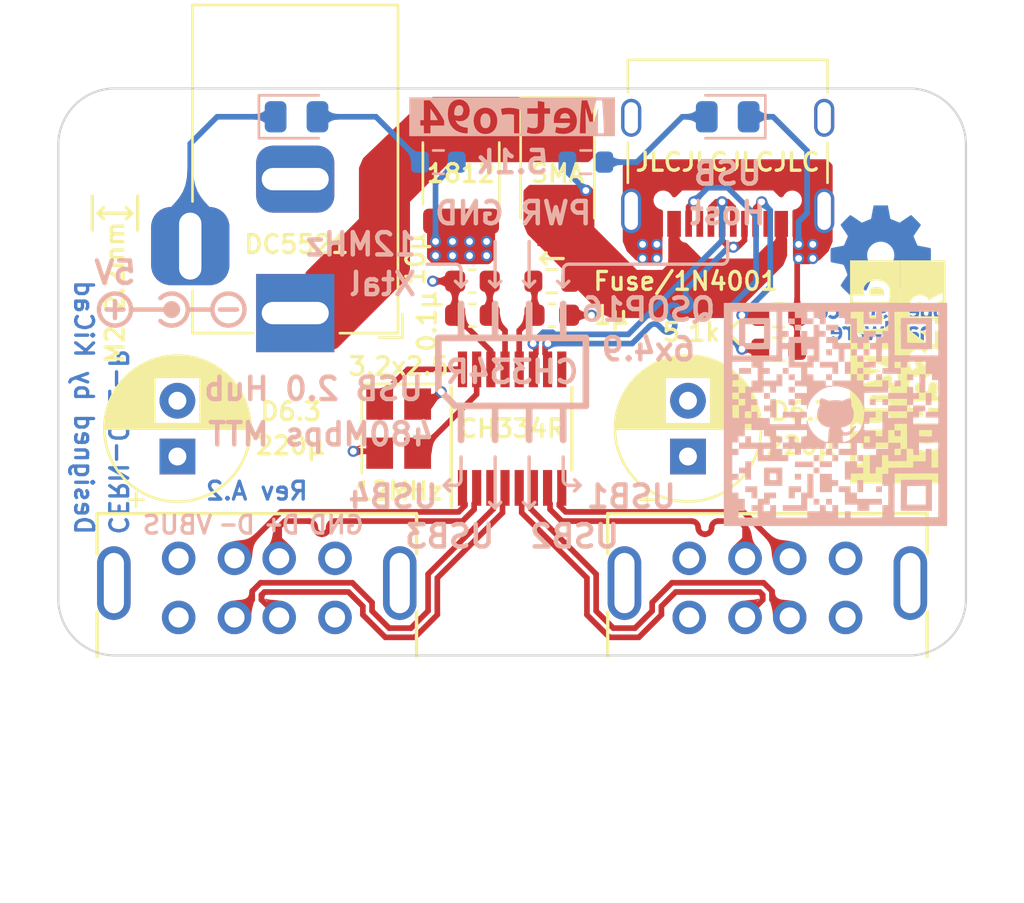
<source format=kicad_pcb>
(kicad_pcb (version 20211014) (generator pcbnew)
  (layers (0 "F.Cu" signal) (1 "In1.Cu" power) (2 "In2.Cu" power) (31 "B.Cu" signal) (34 "B.Paste" user) (35 "F.Paste" user) (36 "B.SilkS" user "B.Silkscreen") (37 "F.SilkS" user "F.Silkscreen") (38 "B.Mask" user) (39 "F.Mask" user) (44 "Edge.Cuts" user))
  (net 0 "")
  (net 1 "GND")
  (net 2 "Net-(C1-Pad2)")
  (net 3 "/V5")
  (net 4 "/VBUS_OUT")
  (net 5 "Net-(D1-Pad1)")
  (net 6 "/VBUS_IN")
  (net 7 "Net-(J2-PadA5)")
  (net 8 "/DU+")
  (net 9 "/DU-")
  (net 11 "Net-(J2-PadB5)")
  (net 13 "/D4-")
  (net 14 "/D4+")
  (net 15 "/D3-")
  (net 16 "/D3+")
  (net 17 "/D1-")
  (net 18 "/D1+")
  (net 19 "/D2-")
  (net 20 "/D2+")
  (net 22 "Net-(U1-Pad15)")
  (net 23 "Net-(U1-Pad16)")
  (net 24 "Net-(D2-Pad2)")
  (net 25 "Net-(D3-Pad2)")
  (footprint "Capacitor_SMD:C_0603_1608Metric" (layer "F.Cu") (at 43.942 46.736)
    (fp_text reference "C2" hide)
    (fp_text value "10μF")
  )
  (footprint "USB_Offset:USB_Offset_Stacked" (layer "F.Cu") (at 34.29 57.15)
    (fp_text reference "J3" hide)
    (fp_text value "USB_A_Stacked")
  )
  (footprint "MountingHole:MountingHole_2.2mm_M2" (layer "F.Cu") (at 27.94 40.64)
    (fp_text reference "H1" hide)
    (fp_text value "MountingHole")
  )
  (footprint "Capacitor_SMD:C_0603_1608Metric" (layer "F.Cu") (at 47.498 48.26 180)
    (fp_text reference "C3" hide)
    (fp_text value "1μF")
  )
  (footprint "kibuzzard-635414BB" (layer "F.Cu") (at 64.262 50.8 90)
    (fp_text reference "kibuzzard-635414BB" hide)
    (fp_text value "G***" hide)
  )
  (footprint "Capacitor_SMD:C_0603_1608Metric" (layer "F.Cu") (at 43.942 48.26)
    (fp_text reference "C1" hide)
    (fp_text value "0.1μF")
  )
  (footprint "MountingHole:MountingHole_2.2mm_M2" (layer "F.Cu") (at 45.72 60.96)
    (fp_text reference "H3" hide)
    (fp_text value "MountingHole")
  )
  (footprint "Crystal:Crystal_SMD_3225-4Pin_3.2x2.5mm" (layer "F.Cu") (at 40.64 53.34 -90)
    (fp_text reference "Y1" hide)
    (fp_text value "12MHz")
  )
  (footprint "Capacitor_THT:CP_Radial_D6.3mm_P2.50mm" (layer "F.Cu") (at 53.594 54.59 90)
    (fp_text reference "C5" hide)
    (fp_text value "220μF")
  )
  (footprint "Connector_USB:USB_C_Receptacle_Palconn_UTC16-G" (layer "F.Cu") (at 55.372 41.656 180)
    (fp_text reference "J2" hide)
    (fp_text value "USB_C_Receptacle_USB2.0")
  )
  (footprint "Resistor_SMD:R_0603_1608Metric" (layer "F.Cu") (at 47.498 46.736)
    (fp_text reference "R3" hide)
    (fp_text value "0Ω")
  )
  (footprint "kibuzzard-635414B2" (layer "F.Cu") (at 61.976 50.8 90)
    (fp_text reference "kibuzzard-635414B2" hide)
    (fp_text value "G***" hide)
  )
  (footprint "USB_Offset:USB_Offset_Stacked" (layer "F.Cu") (at 57.15 57.15)
    (fp_text reference "J4" hide)
    (fp_text value "USB_A_Stacked")
  )
  (footprint "Resistor_SMD:R_0603_1608Metric" (layer "F.Cu") (at 57.658 48.26)
    (fp_text reference "R1" hide)
    (fp_text value "5.1kΩ")
  )
  (footprint "Diode_SMD:D_SMA" (layer "F.Cu") (at 47.752 41.91 -90)
    (fp_text reference "D1" hide)
    (fp_text value "D_Schottky")
  )
  (footprint "Resistor_SMD:R_0603_1608Metric" (layer "F.Cu") (at 57.658 49.784)
    (fp_text reference "R2" hide)
    (fp_text value "5.1kΩ")
  )
  (footprint "Fuse:Fuse_1812_4532Metric" (layer "F.Cu") (at 43.434 41.91 -90)
    (fp_text reference "F1" hide)
    (fp_text value "Fuse_Small")
  )
  (footprint "Capacitor_THT:CP_Radial_D6.3mm_P2.50mm" (layer "F.Cu") (at 30.734 54.59 90)
    (fp_text reference "C4" hide)
    (fp_text value "220μF")
  )
  (footprint "Package_SO:QSOP-16_3.9x4.9mm_P0.635mm" (layer "F.Cu") (at 45.72 53.34 90)
    (fp_text reference "U1" hide)
    (fp_text value "CH334R")
  )
  (footprint "MountingHole:MountingHole_2.2mm_M2" (layer "F.Cu") (at 63.5 40.64)
    (fp_text reference "H2" hide)
    (fp_text value "MountingHole")
  )
  (footprint "Connector_BarrelJack:BarrelJack_Horizontal" (layer "F.Cu") (at 36.0095 48.164 -90)
    (fp_text reference "J1" hide)
    (fp_text value "Barrel_Jack_Switch")
  )
  (footprint "Resistor_SMD:R_0603_1608Metric" (layer "B.Cu") (at 49.022 41.402)
    (fp_text reference "R4" hide)
    (fp_text value "5.1kΩ")
  )
  (footprint "Resistor_SMD:R_0603_1608Metric" (layer "B.Cu") (at 42.418 41.402 180)
    (fp_text reference "R5" hide)
    (fp_text value "5.1kΩ")
  )
  (footprint "LED_SMD:LED_0805_2012Metric" (layer "B.Cu") (at 36.068 39.37)
    (fp_text reference "D3" hide)
    (fp_text value "LED_Small")
  )
  (footprint "kibuzzard-63727825" (layer "B.Cu") (at 45.72 39.37 180)
    (fp_text reference "kibuzzard-63727825" hide)
    (fp_text value "G***" hide)
  )
  (footprint "LOGO" (layer "B.Cu") (at 60.198 52.705 180)
    (fp_text reference "G***" hide)
    (fp_text value "LOGO" hide)
  )
  (footprint "Symbol:OSHW-Logo_5.7x6mm_Copper" (layer "B.Cu") (at 62.23 46.355 180)
    (fp_text reference "REF**" hide)
    (fp_text value "OSHW-Logo_5.7x6mm_Copper" hide)
  )
  (footprint "LED_SMD:LED_0805_2012Metric" (layer "B.Cu") (at 55.372 39.37 180)
    (fp_text reference "D2" hide)
    (fp_text value "LED_Small")
  )
  (gr_line (start 27.94 47.625) (end 27.94 48.387) (layer "B.SilkS") (width 0.2))
  (gr_line (start 46.736 46.736) (end 46.482 46.99) (layer "B.SilkS") (width 0.15))
  (gr_line (start 42.418 49.276) (end 49.022 49.276) (layer "B.SilkS") (width 0.3))
  (gr_line (start 48.26 46.736) (end 48.006 46.99) (layer "B.SilkS") (width 0.15))
  (gr_line (start 44.704 56.642) (end 44.958 56.896) (layer "B.SilkS") (width 0.15))
  (gr_line (start 33.274 57.658) (end 32.766 57.658) (layer "B.SilkS") (width 0.15))
  (gr_line (start 42.926 55.626) (end 42.672 55.88) (layer "B.SilkS") (width 0.15))
  (gr_line (start 43.434 53.848) (end 43.434 52.324) (layer "B.SilkS") (width 0.3))
  (gr_line (start 48.26 45.974) (end 55.118 45.974) (layer "B.SilkS") (width 0.15))
  (gr_line (start 48.514 55.626) (end 48.768 55.88) (layer "B.SilkS") (width 0.15))
  (gr_line (start 35.052 57.404) (end 35.052 57.912) (layer "B.SilkS") (width 0.15))
  (gr_line (start 43.434 46.99) (end 43.434 46.228) (layer "B.SilkS") (width 0.15))
  (gr_line (start 43.18 46.736) (end 43.434 46.99) (layer "B.SilkS") (width 0.15))
  (gr_line (start 46.482 54.61) (end 46.482 56.896) (layer "B.SilkS") (width 0.15))
  (gr_line (start 44.704 46.736) (end 44.958 46.99) (layer "B.SilkS") (width 0.15))
  (gr_line (start 46.482 44.958) (end 46.482 46.99) (layer "B.SilkS") (width 0.15))
  (gr_line (start 49.022 52.324) (end 43.18 52.324) (layer "B.SilkS") (width 0.3))
  (gr_line (start 35.306 57.658) (end 34.798 57.658) (layer "B.SilkS") (width 0.15))
  (gr_line (start 44.958 49.276) (end 44.958 47.752) (layer "B.SilkS") (width 0.3))
  (gr_line (start 48.006 54.61) (end 48.006 55.626) (layer "B.SilkS") (width 0.15))
  (gr_arc (start 48.006 46.228) (mid 48.080395 46.048395) (end 48.26 45.974) (layer "B.SilkS") (width 0.15))
  (gr_line (start 45.212 56.642) (end 44.958 56.896) (layer "B.SilkS") (width 0.15))
  (gr_line (start 28.65842 48.006) (end 30.48 48.006) (layer "B.SilkS") (width 0.2))
  (gr_line (start 45.212 46.736) (end 44.958 46.99) (layer "B.SilkS") (width 0.15))
  (gr_line (start 43.434 54.61) (end 43.434 55.626) (layer "B.SilkS") (width 0.15))
  (gr_line (start 49.022 49.276) (end 49.022 52.324) (layer "B.SilkS") (width 0.3))
  (gr_line (start 44.958 53.848) (end 44.958 52.324) (layer "B.SilkS") (width 0.3))
  (gr_line (start 41.91 45.974) (end 43.18 45.974) (layer "B.SilkS") (width 0.15))
  (gr_line (start 48.514 56.134) (end 48.768 55.88) (layer "B.SilkS") (width 0.15))
  (gr_line (start 55.372 44.958) (end 55.372 45.72) (layer "B.SilkS") (width 0.15))
  (gr_line (start 48.006 49.276) (end 48.006 47.752) (layer "B.SilkS") (width 0.3))
  (gr_line (start 31.19842 48.006) (end 32.30158 48.006) (layer "B.SilkS") (width 0.2))
  (gr_line (start 32.639 48.006) (end 33.401 48.006) (layer "B.SilkS") (width 0.2))
  (gr_arc (start 43.18 45.974) (mid 43.359605 46.048395) (end 43.434 46.228) (layer "B.SilkS") (width 0.15))
  (gr_circle (center 33.02 48.006) (end 33.73842 48.006) (layer "B.SilkS") (width 0.2) (fill none))
  (gr_line (start 42.418 51.562) (end 42.418 49.276) (layer "B.SilkS") (width 0.3))
  (gr_line (start 44.958 54.61) (end 44.958 56.896) (layer "B.SilkS") (width 0.15))
  (gr_line (start 48.26 55.88) (end 48.768 55.88) (layer "B.SilkS") (width 0.15))
  (gr_line (start 48.006 46.99) (end 48.006 46.228) (layer "B.SilkS") (width 0.15))
  (gr_line (start 46.736 56.642) (end 46.482 56.896) (layer "B.SilkS") (width 0.15))
  (gr_arc (start 48.26 55.88) (mid 48.080395 55.805605) (end 48.006 55.626) (layer "B.SilkS") (width 0.15))
  (gr_line (start 27.559 48.006) (end 28.321 48.006) (layer "B.SilkS") (width 0.2))
  (gr_arc (start 55.372 45.72) (mid 55.297605 45.899605) (end 55.118 45.974) (layer "B.SilkS") (width 0.15))
  (gr_line (start 43.18 52.324) (end 42.418 51.562) (layer "B.SilkS") (width 0.3))
  (gr_line (start 46.482 49.276) (end 46.482 47.752) (layer "B.SilkS") (width 0.3))
  (gr_arc (start 43.434 55.626) (mid 43.359605 55.805605) (end 43.18 55.88) (layer "B.SilkS") (width 0.15))
  (gr_line (start 43.18 55.88) (end 42.672 55.88) (layer "B.SilkS") (width 0.15))
  (gr_line (start 43.688 46.736) (end 43.434 46.99) (layer "B.SilkS") (width 0.15))
  (gr_line (start 46.482 53.848) (end 46.482 52.324) (layer "B.SilkS") (width 0.3))
  (gr_line (start 46.228 56.642) (end 46.482 56.896) (layer "B.SilkS") (width 0.15))
  (gr_line (start 47.752 46.736) (end 48.006 46.99) (layer "B.SilkS") (width 0.15))
  (gr_line (start 48.006 53.848) (end 48.006 52.324) (layer "B.SilkS") (width 0.3))
  (gr_arc (start 29.972 47.498) (mid 31.19842 48.006) (end 29.972 48.514) (layer "B.SilkS") (width 0.2))
  (gr_circle (center 27.94 48.006) (end 28.65842 48.006) (layer "B.SilkS") (width 0.2) (fill none))
  (gr_line (start 46.228 46.736) (end 46.482 46.99) (layer "B.SilkS") (width 0.15))
  (gr_line (start 44.958 44.958) (end 44.958 46.99) (layer "B.SilkS") (width 0.15))
  (gr_line (start 42.926 56.134) (end 42.672 55.88) (layer "B.SilkS") (width 0.15))
  (gr_line (start 43.434 49.276) (end 43.434 47.752) (layer "B.SilkS") (width 0.3))
  (gr_circle (center 30.48 48.006) (end 30.861 48.006) (layer "B.SilkS") (width 0) (fill solid))
  (gr_line (start 27.432 43.942) (end 27.178 43.688) (layer "F.SilkS") (width 0.15))
  (gr_line (start 26.924 42.926) (end 26.924 44.45) (layer "F.SilkS") (width 0.15))
  (gr_line (start 48.006 45.72) (end 46.99 45.72) (layer "F.SilkS") (width 0.15))
  (gr_line (start 28.448 43.434) (end 28.702 43.688) (layer "F.SilkS") (width 0.15))
  (gr_line (start 27.432 43.434) (end 27.178 43.688) (layer "F.SilkS") (width 0.15))
  (gr_line (start 28.956 42.926) (end 28.956 44.45) (layer "F.SilkS") (width 0.15))
  (gr_line (start 28.448 43.942) (end 28.702 43.688) (layer "F.SilkS") (width 0.15))
  (gr_line (start 55.88 48.514) (end 55.372 49.022) (layer "F.SilkS") (width 0.15))
  (gr_line (start 47.244 45.974) (end 46.99 45.72) (layer "F.SilkS") (width 0.15))
  (gr_line (start 55.372 49.022) (end 55.88 49.53) (layer "F.SilkS") (width 0.15))
  (gr_rect (start 63.1 45.8) (end 63.4 55.8) (layer "F.SilkS") (width 0) (fill solid))
  (gr_line (start 47.244 45.466) (end 46.99 45.72) (layer "F.SilkS") (width 0.15))
  (gr_line (start 27.178 43.688) (end 28.702 43.688) (layer "F.SilkS") (width 0.15))
  (gr_arc (start 27.94 63.5) (mid 26.143949 62.756051) (end 25.4 60.96) (layer "Edge.Cuts") (width 0.1))
  (gr_line (start 25.4 40.64) (end 25.4 60.96) (layer "Edge.Cuts") (width 0.1))
  (gr_arc (start 66.04 60.96) (mid 65.296051 62.756051) (end 63.5 63.5) (layer "Edge.Cuts") (width 0.1))
  (gr_line (start 27.94 63.5) (end 63.5 63.5) (layer "Edge.Cuts") (width 0.1))
  (gr_arc (start 25.4 40.64) (mid 26.143949 38.843949) (end 27.94 38.1) (layer "Edge.Cuts") (width 0.1))
  (gr_arc (start 63.5 38.1) (mid 65.296051 38.843949) (end 66.04 40.64) (layer "Edge.Cuts") (width 0.1))
  (gr_line (start 27.94 38.1) (end 63.5 38.1) (layer "Edge.Cuts") (width 0.1))
  (gr_line (start 66.04 40.64) (end 66.04 60.96) (layer "Edge.Cuts") (width 0.1))
  (gr_text "CERN-OHL-P" (at 28.067 58.166 270) (layer "B.Cu") (effects (font (size 0.8 0.8)) (justify left mirror)))
  (gr_text "Rev A.2" (at 34.29 56.134) (layer "B.Cu") (effects (font (size 0.8 0.8)) (justify mirror)))
  (gr_text "Designed by KiCad" (at 26.543 58.166 270) (layer "B.Cu") (effects (font (size 0.8 0.8)) (justify left mirror)))
  (gr_text "D" (at 34.29 57.658) (layer "B.SilkS") (effects (font (size 0.8 0.8)) (justify left mirror)))
  (gr_text "Host" (at 55.372 43.688) (layer "B.SilkS") (effects (font (size 1 1) (thickness 0.2)) (justify mirror)))
  (gr_text "QSOP16" (at 51.816 48.006) (layer "B.SilkS") (effects (font (size 1 1) (thickness 0.2)) (justify mirror)))
  (gr_text "D" (at 35.306 57.658) (layer "B.SilkS") (effects (font (size 0.8 0.8)) (justify right mirror)))
  (gr_text "USB1" (at 51.054 56.388) (layer "B.SilkS") (effects (font (size 1 1) (thickness 0.2)) (justify mirror)))
  (gr_text "480Mbps MTT" (at 32.004 53.594) (layer "B.SilkS") (effects (font (size 1 1) (thickness 0.2)) (justify right mirror)))
  (gr_text "6x4.9" (at 51.816 49.784) (layer "B.SilkS") (effects (font (size 1 1) (thickness 0.2)) (justify mirror)))
  (gr_text "Xtal" (at 41.529 46.863) (layer "B.SilkS") (effects (font (size 1 1) (thickness 0.2)) (justify left mirror)))
  (gr_text "GND" (at 37.846 57.658) (layer "B.SilkS") (effects (font (size 0.8 0.8)) (justify mirror)))
  (gr_text "5V" (at 27.94 46.355) (layer "B.SilkS") (effects (font (size 1 1) (thickness 0.2)) (justify mirror)))
  (gr_text "USB 2.0 Hub" (at 36.83 51.562) (layer "B.SilkS") (effects (font (size 1 1) (thickness 0.2)) (justify mirror)))
  (gr_text "GND" (at 45.466 43.688) (layer "B.SilkS") (effects (font (size 1 1) (thickness 0.2)) (justify left mirror)))
  (gr_text "VBUS" (at 30.734 57.658) (layer "B.SilkS") (effects (font (size 0.8 0.8)) (justify mirror)))
  (gr_text "12MHz" (at 41.529 45.085) (layer "B.SilkS") (effects (font (size 1 1) (thickness 0.2)) (justify left mirror)))
  (gr_text "CH334R" (at 45.72 50.8) (layer "B.SilkS") (effects (font (size 1 1) (thickness 0.2)) (justify mirror)))
  (gr_text "USB2" (at 48.514 58.166) (layer "B.SilkS") (effects (font (size 1 1) (thickness 0.2)) (justify mirror)))
  (gr_text "USB" (at 55.372 41.91) (layer "B.SilkS") (effects (font (size 1 1) (thickness 0.2)) (justify mirror)))
  (gr_text "USB3" (at 42.926 58.166) (layer "B.SilkS") (effects (font (size 1 1) (thickness 0.2)) (justify mirror)))
  (gr_text "PWR" (at 45.974 43.688) (layer "B.SilkS") (effects (font (size 1 1) (thickness 0.2)) (justify right mirror)))
  (gr_text "USB4" (at 40.386 56.388) (layer "B.SilkS") (effects (font (size 1 1) (thickness 0.2)) (justify mirror)))
  (gr_text "5.1k" (at 45.72 41.402) (layer "B.SilkS") (effects (font (size 1 1) (thickness 0.2)) (justify mirror)))
  (gr_text "220μ" (at 58.674 54.102) (layer "F.SilkS") (effects (font (size 0.8 0.8))))
  (gr_text "CH334R" (at 45.72 53.34) (layer "F.SilkS") (effects (font (size 0.8 0.8))))
  (gr_text "JLCJLCJLCJLC" (at 55.372 41.402) (layer "F.SilkS") (effects (font (size 0.8 0.8))))
  (gr_text "3.2x2.5" (at 40.64 50.546) (layer "F.SilkS") (effects (font (size 0.8 0.8))))
  (gr_text "1812" (at 43.434 41.91) (layer "F.SilkS") (effects (font (size 0.8 0.8))))
  (gr_text "Fuse/1N4001" (at 49.276 46.736) (layer "F.SilkS") (effects (font (size 0.8 0.8)) (justify left)))
  (gr_text "DC5521" (at 36.068 45.085) (layer "F.SilkS") (effects (font (size 0.8 0.8))))
  (gr_text "D6.3" (at 35.814 52.578) (layer "F.SilkS") (effects (font (size 0.8 0.8))))
  (gr_text "M2 2.2mm" (at 27.94 47.244 90) (layer "F.SilkS") (effects (font (size 0.8 0.8))))
  (gr_text "SMA" (at 47.752 41.91) (layer "F.SilkS") (effects (font (size 0.8 0.8))))
  (gr_text "10μ" (at 41.402 45.72 90) (layer "F.SilkS") (effects (font (size 0.8 0.8))))
  (gr_text "220μ" (at 35.814 54.102) (layer "F.SilkS") (effects (font (size 0.8 0.8))))
  (gr_text "12MHz" (at 40.64 56.134) (layer "F.SilkS") (effects (font (size 0.8 0.8))))
  (gr_text "5.1k" (at 55.118 49.022) (layer "F.SilkS") (effects (font (size 0.8 0.8)) (justify right)))
  (gr_text "0.1μ" (at 41.91 48.514 90) (layer "F.SilkS") (effects (font (size 0.8 0.8))))
  (gr_text "D6.3" (at 58.674 52.578) (layer "F.SilkS") (effects (font (size 0.8 0.8))))
  (gr_text "1μ" (at 49.276 48.26) (layer "F.SilkS") (effects (font (size 0.8 0.8)) (justify left)))
  (segment (start 58.483 48.26) (end 58.483 45.784) (width 0.254) (layer "F.Cu") (net 1))
  (segment (start 49.276 48.26) (end 48.273 48.26) (width 0.254) (layer "F.Cu") (net 1))
  (segment (start 43.167 48.26) (end 44.7675 49.8605) (width 0.254) (layer "F.Cu") (net 1))
  (segment (start 44.7675 49.8605) (end 44.7675 50.6857) (width 0.254) (layer "F.Cu") (net 1))
  (segment (start 43.167 46.736) (end 43.167 48.26) (width 0.254) (layer "F.Cu") (net 1))
  (segment (start 42.164 46.736) (end 43.167 46.736) (width 0.254) (layer "F.Cu") (net 1))
  (segment (start 38.608 54.356) (end 39.706 54.356) (width 0.254) (layer "F.Cu") (net 1))
  (segment (start 41.994 52.24) (end 41.49 52.24) (width 0.254) (layer "F.Cu") (net 1))
  (segment (start 58.483 49.784) (end 58.483 48.26) (width 0.254) (layer "F.Cu") (net 1))
  (segment (start 42.545 51.689) (end 41.994 52.24) (width 0.254) (layer "F.Cu") (net 1))
  (segment (start 39.706 54.356) (end 39.79 54.44) (width 0.254) (layer "F.Cu") (net 1))
  (segment (start 58.483 45.784) (end 58.547 45.72) (width 0.254) (layer "F.Cu") (net 1))
  (via (at 59.182 45.085) (size 0.5) (drill 0.3) (layers "F.Cu" "B.Cu") (net 1))
  (via (at 38.608 54.356) (size 0.5) (drill 0.3) (layers "F.Cu" "B.Cu") (net 1))
  (via (at 49.276 48.26) (size 0.5) (drill 0.3) (layers "F.Cu" "B.Cu") (net 1))
  (via (at 58.547 45.72) (size 0.5) (drill 0.3) (layers "F.Cu" "B.Cu") (net 1))
  (via (at 52.197 45.085) (size 0.5) (drill 0.3) (layers "F.Cu" "B.Cu") (net 1))
  (via (at 42.164 46.736) (size 0.5) (drill 0.3) (layers "F.Cu" "B.Cu") (net 1))
  (via (at 51.562 45.72) (size 0.5) (drill 0.3) (layers "F.Cu" "B.Cu") (net 1))
  (via (at 42.545 51.689) (size 0.5) (drill 0.3) (layers "F.Cu" "B.Cu") (net 1))
  (via (at 51.562 45.085) (size 0.5) (drill 0.3) (layers "F.Cu" "B.Cu") (net 1))
  (via (at 59.182 45.72) (size 0.5) (drill 0.3) (layers "F.Cu" "B.Cu") (net 1))
  (via (at 58.547 45.085) (size 0.5) (drill 0.3) (layers "F.Cu" "B.Cu") (net 1))
  (via (at 52.197 45.72) (size 0.5) (drill 0.3) (layers "F.Cu" "B.Cu") (net 1))
  (segment (start 56.3095 39.37) (end 57.404 39.37) (width 0.254) (layer "B.Cu") (net 1))
  (segment (start 32.512 39.37) (end 31.3095 40.5725) (width 0.254) (layer "B.Cu") (net 1))
  (segment (start 35.1305 39.37) (end 32.512 39.37) (width 0.254) (layer "B.Cu") (net 1))
  (segment (start 58.547 44.069) (end 58.547 45.085) (width 0.254) (layer "B.Cu") (net 1))
  (segment (start 57.404 39.37) (end 58.928 40.894) (width 0.254) (layer "B.Cu") (net 1))
  (segment (start 31.3095 40.5725) (end 31.3095 45.164) (width 0.254) (layer "B.Cu") (net 1))
  (segment (start 58.928 43.688) (end 58.547 44.069) (width 0.254) (layer "B.Cu") (net 1))
  (segment (start 58.928 40.894) (end 58.928 43.688) (width 0.254) (layer "B.Cu") (net 1))
  (segment (start 45.4025 48.9455) (end 45.4025 50.6857) (width 0.254) (layer "F.Cu") (net 2))
  (segment (start 44.717 48.26) (end 45.4025 48.9455) (width 0.254) (layer "F.Cu") (net 2))
  (segment (start 44.717 46.736) (end 44.717 48.26) (width 0.254) (layer "F.Cu") (net 2))
  (segment (start 46.723 48.26) (end 46.723 46.786) (width 0.254) (layer "F.Cu") (net 3))
  (segment (start 46.0375 48.9455) (end 46.0375 50.6857) (width 0.254) (layer "F.Cu") (net 3))
  (segment (start 46.723 46.786) (end 46.673 46.736) (width 0.254) (layer "F.Cu") (net 3))
  (segment (start 46.723 48.26) (end 46.0375 48.9455) (width 0.254) (layer "F.Cu") (net 3))
  (via (at 43.815 44.958) (size 0.5) (drill 0.3) (layers "F.Cu" "B.Cu") (net 4))
  (via (at 43.053 44.958) (size 0.5) (drill 0.3) (layers "F.Cu" "B.Cu") (net 4))
  (via (at 42.291 45.593) (size 0.5) (drill 0.3) (layers "F.Cu" "B.Cu") (net 4))
  (via (at 43.053 45.593) (size 0.5) (drill 0.3) (layers "F.Cu" "B.Cu") (net 4))
  (via (at 43.815 45.593) (size 0.5) (drill 0.3) (layers "F.Cu" "B.Cu") (net 4))
  (via (at 44.577 45.593) (size 0.5) (drill 0.3) (layers "F.Cu" "B.Cu") (net 4))
  (via (at 44.577 44.958) (size 0.5) (drill 0.3) (layers "F.Cu" "B.Cu") (net 4))
  (via (at 42.291 44.958) (size 0.5) (drill 0.3) (layers "F.Cu" "B.Cu") (net 4))
  (segment (start 42.291 42.354) (end 43.243 41.402) (width 0.254) (layer "B.Cu") (net 4))
  (segment (start 42.291 44.958) (end 42.291 42.354) (width 0.254) (layer "B.Cu") (net 4))
  (via (at 49.022 42.672) (size 0.5) (drill 0.3) (layers "F.Cu" "B.Cu") (net 6))
  (segment (start 48.197 41.847) (end 49.022 42.672) (width 0.254) (layer "B.Cu") (net 6))
  (segment (start 48.197 41.402) (end 48.197 41.847) (width 0.254) (layer "B.Cu") (net 6))
  (segment (start 56.833 48.26) (end 56.007 48.26) (width 0.254) (layer "F.Cu") (net 7))
  (segment (start 56.896 43.18) (end 56.622 43.454) (width 0.254) (layer "F.Cu") (net 7))
  (segment (start 56.622 43.454) (end 56.622 44.166) (width 0.254) (layer "F.Cu") (net 7))
  (via (at 56.896 43.18) (size 0.5) (drill 0.3) (layers "F.Cu" "B.Cu") (net 7))
  (via (at 56.007 48.26) (size 0.5) (drill 0.3) (layers "F.Cu" "B.Cu") (net 7))
  (segment (start 56.007 48.26) (end 57.277 46.99) (width 0.254) (layer "B.Cu") (net 7))
  (segment (start 57.277 46.99) (end 57.277 43.561) (width 0.254) (layer "B.Cu") (net 7))
  (segment (start 57.277 43.561) (end 56.896 43.18) (width 0.254) (layer "B.Cu") (net 7))
  (segment (start 46.783625 49.653825) (end 46.6598 49.53) (width 0.254) (layer "F.Cu") (net 8))
  (segment (start 46.6725 50.0907) (end 46.783625 49.979575) (width 0.254) (layer "F.Cu") (net 8))
  (segment (start 55.374 43.18) (end 55.622 43.428) (width 0.254) (layer "F.Cu") (net 8))
  (segment (start 46.6725 50.6857) (end 46.6725 50.0907) (width 0.254) (layer "F.Cu") (net 8))
  (segment (start 55.118 43.18) (end 55.374 43.18) (width 0.254) (layer "F.Cu") (net 8))
  (segment (start 55.118 43.18) (end 54.87 43.18) (width 0.254) (layer "F.Cu") (net 8))
  (segment (start 46.783625 49.979575) (end 46.783625 49.653825) (width 0.254) (layer "F.Cu") (net 8))
  (segment (start 55.622 43.428) (end 55.622 44.166) (width 0.254) (layer "F.Cu") (net 8))
  (segment (start 54.87 43.18) (end 54.622 43.428) (width 0.254) (layer "F.Cu") (net 8))
  (segment (start 54.622 43.428) (end 54.622 44.166) (width 0.254) (layer "F.Cu") (net 8))
  (via (at 46.6598 49.53) (size 0.5) (drill 0.3) (layers "F.Cu" "B.Cu") (net 8))
  (via (at 55.118 43.18) (size 0.5) (drill 0.3) (layers "F.Cu" "B.Cu") (net 8))
  (segment (start 47.528964 49.026) (end 47.111436 49.026) (width 0.254) (layer "B.Cu") (net 8))
  (segment (start 47.111436 49.026) (end 46.8162 49.321236) (width 0.254) (layer "B.Cu") (net 8))
  (segment (start 55.118 44.920141) (end 50.920891 49.11725) (width 0.254) (layer "B.Cu") (net 8))
  (segment (start 46.8162 49.321236) (end 46.8162 49.3736) (width 0.254) (layer "B.Cu") (net 8))
  (segment (start 47.620214 49.11725) (end 47.528964 49.026) (width 0.254) (layer "B.Cu") (net 8))
  (segment (start 46.8162 49.3736) (end 46.6598 49.53) (width 0.254) (layer "B.Cu") (net 8))
  (segment (start 50.920891 49.11725) (end 47.620214 49.11725) (width 0.254) (layer "B.Cu") (net 8))
  (segment (start 55.118 43.18) (end 55.118 44.920141) (width 0.254) (layer "B.Cu") (net 8))
  (segment (start 55.814 45.212) (end 56.122 44.904) (width 0.254) (layer "F.Cu") (net 9))
  (segment (start 55.626 45.212) (end 55.43 45.212) (width 0.254) (layer "F.Cu") (net 9))
  (segment (start 55.43 45.212) (end 55.122 44.904) (width 0.254) (layer "F.Cu") (net 9))
  (segment (start 47.196375 49.653825) (end 47.3202 49.53) (width 0.254) (layer "F.Cu") (net 9))
  (segment (start 47.3075 50.0907) (end 47.196375 49.979575) (width 0.254) (layer "F.Cu") (net 9))
  (segment (start 55.626 45.212) (end 55.814 45.212) (width 0.254) (layer "F.Cu") (net 9))
  (segment (start 47.196375 49.979575) (end 47.196375 49.653825) (width 0.254) (layer "F.Cu") (net 9))
  (segment (start 55.122 44.904) (end 55.122 44.166) (width 0.254) (layer "F.Cu") (net 9))
  (segment (start 56.122 44.904) (end 56.122 44.166) (width 0.254) (layer "F.Cu") (net 9))
  (segment (start 47.3075 50.6857) (end 47.3075 50.0907) (width 0.254) (layer "F.Cu") (net 9))
  (via (at 47.3202 49.53) (size 0.5) (drill 0.3) (layers "F.Cu" "B.Cu") (net 9))
  (via (at 55.626 45.212) (size 0.5) (drill 0.3) (layers "F.Cu" "B.Cu") (net 9))
  (segment (start 52.726299 48.319825) (end 52.911871 48.505397) (width 0.254) (layer "B.Cu") (net 9))
  (segment (start 51.091859 49.53) (end 47.3202 49.53) (width 0.254) (layer "B.Cu") (net 9))
  (segment (start 53.574829 47.471295) (end 53.654335 47.550801) (width 0.254) (layer "B.Cu") (net 9))
  (segment (start 51.877772 48.74409) (end 51.877771 48.744089) (width 0.254) (layer "B.Cu") (net 9))
  (segment (start 51.877771 48.744089) (end 51.091859 49.53) (width 0.254) (layer "B.Cu") (net 9))
  (segment (start 52.726301 47.895559) (end 52.7263 47.895559) (width 0.254) (layer "B.Cu") (net 9))
  (segment (start 55.626 45.212) (end 55.409859 45.212) (width 0.254) (layer "B.Cu") (net 9))
  (segment (start 53.230071 47.975065) (end 53.150566 47.89556) (width 0.254) (layer "B.Cu") (net 9))
  (segment (start 53.57483 47.471295) (end 53.574829 47.471295) (width 0.254) (layer "B.Cu") (net 9))
  (segment (start 55.409859 45.212) (end 53.57483 47.047029) (width 0.254) (layer "B.Cu") (net 9))
  (segment (start 52.726302 47.89556) (end 52.726301 47.895559) (width 0.254) (layer "B.Cu") (net 9))
  (segment (start 52.487607 48.929661) (end 52.302036 48.74409) (width 0.254) (layer "B.Cu") (net 9))
  (segment (start 52.7263 48.319825) (end 52.726299 48.319825) (width 0.254) (layer "B.Cu") (net 9))
  (arc (start 53.654335 47.975065) (mid 53.442203 48.062933) (end 53.230071 47.975065) (width 0.254) (layer "B.Cu") (net 9))
  (arc (start 53.654335 47.550801) (mid 53.742203 47.762933) (end 53.654335 47.975065) (width 0.254) (layer "B.Cu") (net 9))
  (arc (start 52.7263 47.895559) (mid 52.638431 48.107693) (end 52.7263 48.319825) (width 0.254) (layer "B.Cu") (net 9))
  (arc (start 53.57483 47.047029) (mid 53.486961 47.259163) (end 53.57483 47.471295) (width 0.254) (layer "B.Cu") (net 9))
  (arc (start 53.150566 47.89556) (mid 52.938434 47.807692) (end 52.726302 47.89556) (width 0.254) (layer "B.Cu") (net 9))
  (arc (start 52.911871 48.929661) (mid 52.699739 49.017529) (end 52.487607 48.929661) (width 0.254) (layer "B.Cu") (net 9))
  (arc (start 52.302036 48.74409) (mid 52.089904 48.656222) (end 51.877772 48.74409) (width 0.254) (layer "B.Cu") (net 9))
  (arc (start 52.911871 48.505397) (mid 52.999739 48.717529) (end 52.911871 48.929661) (width 0.254) (layer "B.Cu") (net 9))
  (segment (start 56.833 49.784) (end 56.007 49.784) (width 0.254) (layer "F.Cu") (net 11))
  (segment (start 53.848 43.18) (end 53.622 43.406) (width 0.254) (layer "F.Cu") (net 11))
  (segment (start 53.622 43.406) (end 53.622 44.166) (width 0.254) (layer "F.Cu") (net 11))
  (via (at 56.007 49.784) (size 0.5) (drill 0.3) (layers "F.Cu" "B.Cu") (net 11))
  (via (at 53.848 43.18) (size 0.5) (drill 0.3) (layers "F.Cu" "B.Cu") (net 11))
  (segment (start 56.007 49.784) (end 55.372 49.149) (width 0.254) (layer "B.Cu") (net 11))
  (segment (start 56.642 46.736) (end 56.642 43.815) (width 0.254) (layer "B.Cu") (net 11))
  (segment (start 55.372 49.149) (end 55.372 48.006) (width 0.254) (layer "B.Cu") (net 11))
  (segment (start 55.372 42.545) (end 54.483 42.545) (width 0.254) (layer "B.Cu") (net 11))
  (segment (start 54.483 42.545) (end 53.848 43.18) (width 0.254) (layer "B.Cu") (net 11))
  (segment (start 56.642 43.815) (end 55.372 42.545) (width 0.254) (layer "B.Cu") (net 11))
  (segment (start 55.372 48.006) (end 56.642 46.736) (width 0.254) (layer "B.Cu") (net 11))
  (segment (start 43.325692 57.070625) (end 35.369375 57.070625) (width 0.254) (layer "F.Cu") (net 13))
  (segment (start 43.608625 56.787692) (end 43.325692 57.070625) (width 0.254) (layer "F.Cu") (net 13))
  (segment (start 43.608625 56.700425) (end 43.608625 56.787692) (width 0.254) (layer "F.Cu") (net 13))
  (segment (start 43.4975 56.5893) (end 43.608625 56.700425) (width 0.254) (layer "F.Cu") (net 13))
  (segment (start 35.369375 57.070625) (end 33.29 59.15) (width 0.254) (layer "F.Cu") (net 13))
  (segment (start 43.4975 55.9943) (end 43.4975 56.5893) (width 0.254) (layer "F.Cu") (net 13))
  (segment (start 36.598375 57.483375) (end 35.540342 57.483375) (width 0.254) (layer "F.Cu") (net 14))
  (segment (start 44.021375 56.958662) (end 43.496662 57.483375) (width 0.254) (layer "F.Cu") (net 14))
  (segment (start 43.496662 57.483375) (end 37.798375 57.483375) (width 0.254) (layer "F.Cu") (net 14))
  (segment (start 35.540342 57.483375) (end 35.29 57.733717) (width 0.254) (layer "F.Cu") (net 14))
  (segment (start 44.1325 56.5893) (end 44.021375 56.700425) (width 0.254) (layer "F.Cu") (net 14))
  (segment (start 37.213893 58.067857) (end 37.198375 58.067857) (width 0.254) (layer "F.Cu") (net 14))
  (segment (start 44.021375 56.700425) (end 44.021375 56.958662) (width 0.254) (layer "F.Cu") (net 14))
  (segment (start 36.613893 57.483375) (end 36.598375 57.483375) (width 0.254) (layer "F.Cu") (net 14))
  (segment (start 35.29 57.733717) (end 35.29 59.15) (width 0.254) (layer "F.Cu") (net 14))
  (segment (start 44.1325 55.9943) (end 44.1325 56.5893) (width 0.254) (layer "F.Cu") (net 14))
  (arc (start 37.798375 57.483375) (mid 37.591729 57.56897) (end 37.506134 57.775616) (width 0.254) (layer "F.Cu") (net 14))
  (arc (start 37.506134 57.775616) (mid 37.420539 57.982262) (end 37.213893 58.067857) (width 0.254) (layer "F.Cu") (net 14))
  (arc (start 37.198375 58.067857) (mid 36.991729 57.982262) (end 36.906134 57.775616) (width 0.254) (layer "F.Cu") (net 14))
  (arc (start 36.906134 57.775616) (mid 36.820539 57.56897) (end 36.613893 57.483375) (width 0.254) (layer "F.Cu") (net 14))
  (segment (start 34.458515 60.245625) (end 34.083625 60.620515) (width 0.254) (layer "F.Cu") (net 15))
  (segment (start 40.217485 62.277625) (end 39.449375 61.509515) (width 0.254) (layer "F.Cu") (net 15))
  (segment (start 34.083625 61.006375) (end 33.29 61.8) (width 0.254) (layer "F.Cu") (net 15))
  (segment (start 41.957625 61.509515) (end 41.189515 62.277625) (width 0.254) (layer "F.Cu") (net 15))
  (segment (start 39.449375 61.128515) (end 38.566485 60.245625) (width 0.254) (layer "F.Cu") (net 15))
  (segment (start 44.7675 56.5893) (end 44.878625 56.700425) (width 0.254) (layer "F.Cu") (net 15))
  (segment (start 44.878625 56.937515) (end 41.957625 59.858515) (width 0.254) (layer "F.Cu") (net 15))
  (segment (start 39.449375 61.509515) (end 39.449375 61.128515) (width 0.254) (layer "F.Cu") (net 15))
  (segment (start 44.7675 55.9943) (end 44.7675 56.5893) (width 0.254) (layer "F.Cu") (net 15))
  (segment (start 41.957625 59.858515) (end 41.957625 61.509515) (width 0.254) (layer "F.Cu") (net 15))
  (segment (start 44.878625 56.700425) (end 44.878625 56.937515) (width 0.254) (layer "F.Cu") (net 15))
  (segment (start 38.566485 60.245625) (end 34.458515 60.245625) (width 0.254) (layer "F.Cu") (net 15))
  (segment (start 41.189515 62.277625) (end 40.217485 62.277625) (width 0.254) (layer "F.Cu") (net 15))
  (segment (start 34.083625 60.620515) (end 34.083625 61.006375) (width 0.254) (layer "F.Cu") (net 15))
  (segment (start 45.4025 55.9943) (end 45.4025 56.5893) (width 0.254) (layer "F.Cu") (net 16))
  (segment (start 42.370375 60.029485) (end 42.370375 61.680485) (width 0.254) (layer "F.Cu") (net 16))
  (segment (start 42.370375 61.680485) (end 41.360485 62.690375) (width 0.254) (layer "F.Cu") (net 16))
  (segment (start 39.036625 61.299485) (end 38.395515 60.658375) (width 0.254) (layer "F.Cu") (net 16))
  (segment (start 39.036625 61.680485) (end 39.036625 61.299485) (width 0.254) (layer "F.Cu") (net 16))
  (segment (start 45.291375 57.108485) (end 42.370375 60.029485) (width 0.254) (layer "F.Cu") (net 16))
  (segment (start 34.496375 61.006375) (end 35.29 61.8) (width 0.254) (layer "F.Cu") (net 16))
  (segment (start 34.496375 60.791485) (end 34.496375 61.006375) (width 0.254) (layer "F.Cu") (net 16))
  (segment (start 38.395515 60.658375) (end 34.629485 60.658375) (width 0.254) (layer "F.Cu") (net 16))
  (segment (start 45.4025 56.5893) (end 45.291375 56.700425) (width 0.254) (layer "F.Cu") (net 16))
  (segment (start 34.629485 60.658375) (end 34.496375 60.791485) (width 0.254) (layer "F.Cu") (net 16))
  (segment (start 41.360485 62.690375) (end 40.046515 62.690375) (width 0.254) (layer "F.Cu") (net 16))
  (segment (start 45.291375 56.700425) (end 45.291375 57.108485) (width 0.254) (layer "F.Cu") (net 16))
  (segment (start 40.046515 62.690375) (end 39.036625 61.680485) (width 0.254) (layer "F.Cu") (net 16))
  (segment (start 56.15 59.15) (end 56.15 57.733717) (width 0.254) (layer "F.Cu") (net 17))
  (segment (start 54.051135 57.775616) (end 54.051135 57.775615) (width 0.254) (layer "F.Cu") (net 17))
  (segment (start 54.358895 58.067856) (end 54.343375 58.067856) (width 0.254) (layer "F.Cu") (net 17))
  (segment (start 47.943338 57.483375) (end 47.418625 56.958662) (width 0.254) (layer "F.Cu") (net 17))
  (segment (start 53.758895 57.483375) (end 53.743375 57.483375) (width 0.254) (layer "F.Cu") (net 17))
  (segment (start 47.3075 56.5893) (end 47.3075 55.9943) (width 0.254) (layer "F.Cu") (net 17))
  (segment (start 47.418625 56.700425) (end 47.3075 56.5893) (width 0.254) (layer "F.Cu") (net 17))
  (segment (start 56.15 58.918185) (end 56.15 58.933717) (width 0.254) (layer "F.Cu") (net 17))
  (segment (start 56.15 58.933717) (end 56.15 59.15) (width 0.254) (layer "F.Cu") (net 17))
  (segment (start 55.899658 57.483375) (end 54.943375 57.483375) (width 0.254) (layer "F.Cu") (net 17))
  (segment (start 54.651135 57.775615) (end 54.651135 57.775616) (width 0.254) (layer "F.Cu") (net 17))
  (segment (start 53.743375 57.483375) (end 47.943338 57.483375) (width 0.254) (layer "F.Cu") (net 17))
  (segment (start 56.15 57.733717) (end 55.899658 57.483375) (width 0.254) (layer "F.Cu") (net 17))
  (segment (start 47.418625 56.958662) (end 47.418625 56.700425) (width 0.254) (layer "F.Cu") (net 17))
  (arc (start 54.343375 58.067856) (mid 54.13673 57.982261) (end 54.051135 57.775616) (width 0.254) (layer "F.Cu") (net 17))
  (arc (start 54.943375 57.483375) (mid 54.73673 57.56897) (end 54.651135 57.775615) (width 0.254) (layer "F.Cu") (net 17))
  (arc (start 54.051135 57.775615) (mid 53.96554 57.56897) (end 53.758895 57.483375) (width 0.254) (layer "F.Cu") (net 17))
  (arc (start 54.651135 57.775616) (mid 54.56554 57.982261) (end 54.358895 58.067856) (width 0.254) (layer "F.Cu") (net 17))
  (arc (start 55.857766 58.625951) (mid 56.064407 58.711544) (end 56.15 58.918185) (width 0.254) (layer "F.Cu") (net 17))
  (segment (start 56.070625 57.070625) (end 58.15 59.15) (width 0.254) (layer "F.Cu") (net 18))
  (segment (start 47.9425 55.9943) (end 47.9425 56.5893) (width 0.254) (layer "F.Cu") (net 18))
  (segment (start 47.9425 56.5893) (end 47.831375 56.700425) (width 0.254) (layer "F.Cu") (net 18))
  (segment (start 48.114308 57.070625) (end 56.070625 57.070625) (width 0.254) (layer "F.Cu") (net 18))
  (segment (start 47.831375 56.787692) (end 48.114308 57.070625) (width 0.254) (layer "F.Cu") (net 18))
  (segment (start 47.831375 56.700425) (end 47.831375 56.787692) (width 0.254) (layer "F.Cu") (net 18))
  (segment (start 46.0375 56.5893) (end 46.0375 55.9943) (width 0.254) (layer "F.Cu") (net 19))
  (segment (start 52.403375 61.680485) (end 51.393485 62.690375) (width 0.254) (layer "F.Cu") (net 19))
  (segment (start 56.810515 60.658375) (end 53.044485 60.658375) (width 0.254) (layer "F.Cu") (net 19))
  (segment (start 56.943625 60.791485) (end 56.810515 60.658375) (width 0.254) (layer "F.Cu") (net 19))
  (segment (start 53.044485 60.658375) (end 52.403375 61.299485) (width 0.254) (layer "F.Cu") (net 19))
  (segment (start 49.069625 61.680485) (end 49.069625 60.029485) (width 0.254) (layer "F.Cu") (net 19))
  (segment (start 56.15 61.8) (end 56.943625 61.006375) (width 0.254) (layer "F.Cu") (net 19))
  (segment (start 46.148625 56.700425) (end 46.0375 56.5893) (width 0.254) (layer "F.Cu") (net 19))
  (segment (start 51.393485 62.690375) (end 50.079515 62.690375) (width 0.254) (layer "F.Cu") (net 19))
  (segment (start 56.943625 61.006375) (end 56.943625 60.791485) (width 0.254) (layer "F.Cu") (net 19))
  (segment (start 49.069625 60.029485) (end 46.148625 57.108485) (width 0.254) (layer "F.Cu") (net 19))
  (segment (start 52.403375 61.299485) (end 52.403375 61.680485) (width 0.254) (layer "F.Cu") (net 19))
  (segment (start 46.148625 57.108485) (end 46.148625 56.700425) (width 0.254) (layer "F.Cu") (net 19))
  (segment (start 50.079515 62.690375) (end 49.069625 61.680485) (width 0.254) (layer "F.Cu") (net 19))
  (segment (start 49.482375 61.509515) (end 50.250485 62.277625) (width 0.254) (layer "F.Cu") (net 20))
  (segment (start 52.873515 60.245625) (end 56.981485 60.245625) (width 0.254) (layer "F.Cu") (net 20))
  (segment (start 57.356375 60.620515) (end 57.356375 61.006375) (width 0.254) (layer "F.Cu") (net 20))
  (segment (start 46.6725 55.9943) (end 46.6725 56.5893) (width 0.254) (layer "F.Cu") (net 20))
  (segment (start 50.250485 62.277625) (end 51.222515 62.277625) (width 0.254) (layer "F.Cu") (net 20))
  (segment (start 57.356375 61.006375) (end 58.15 61.8) (width 0.254) (layer "F.Cu") (net 20))
  (segment (start 46.561375 56.700425) (end 46.561375 56.937515) (width 0.254) (layer "F.Cu") (net 20))
  (segment (start 56.981485 60.245625) (end 57.356375 60.620515) (width 0.254) (layer "F.Cu") (net 20))
  (segment (start 51.990625 61.509515) (end 51.990625 61.128515) (width 0.254) (layer "F.Cu") (net 20))
  (segment (start 49.482375 59.858515) (end 49.482375 61.509515) (width 0.254) (layer "F.Cu") (net 20))
  (segment (start 51.222515 62.277625) (end 51.990625 61.509515) (width 0.254) (layer "F.Cu") (net 20))
  (segment (start 51.990625 61.128515) (end 52.873515 60.245625) (width 0.254) (layer "F.Cu") (net 20))
  (segment (start 46.561375 56.937515) (end 49.482375 59.858515) (width 0.254) (layer "F.Cu") (net 20))
  (segment (start 46.6725 56.5893) (end 46.561375 56.700425) (width 0.254) (layer "F.Cu") (net 20))
  (segment (start 44.1325 51.7975) (end 44.1325 50.6857) (width 0.254) (layer "F.Cu") (net 22))
  (segment (start 41.49 54.44) (end 44.1325 51.7975) (width 0.254) (layer "F.Cu") (net 22))
  (segment (start 39.79 52.24) (end 39.79 51.945) (width 0.254) (layer "F.Cu") (net 23))
  (segment (start 39.79 51.945) (end 41.0493 50.6857) (width 0.254) (layer "F.Cu") (net 23))
  (segment (start 41.0493 50.6857) (end 43.4975 50.6857) (width 0.254) (layer "F.Cu") (net 23))
  (segment (start 54.4345 39.37) (end 53.34 39.37) (width 0.254) (layer "B.Cu") (net 24))
  (segment (start 53.34 39.37) (end 51.308 41.402) (width 0.254) (layer "B.Cu") (net 24))
  (segment (start 51.308 41.402) (end 49.847 41.402) (width 0.254) (layer "B.Cu") (net 24))
  (segment (start 37.0055 39.37) (end 39.624 39.37) (width 0.254) (layer "B.Cu") (net 25))
  (segment (start 41.593 41.339) (end 41.593 41.402) (width 0.254) (layer "B.Cu") (net 25))
  (segment (start 39.624 39.37) (end 41.593 41.339) (width 0.254) (layer "B.Cu") (net 25))
  (zone (net 16) (net_name "/D3+") (layer "F.Cu") (priority 16962) (connect_pads yes (clearance 0)) (min_thickness 0.0254) (fill yes (thermal_gap 0.508) (thermal_bridge_width 0.508))
    (polygon (pts (xy 45.5295 56.3993) (xy 45.529718 56.354353) (xy 45.530531 56.315089) (xy 45.532177 56.280492) (xy 45.534894 56.249545) (xy 45.538919 56.221233) (xy 45.544491 56.194541) (xy 45.551847 56.168453) (xy 45.561225 56.141953) (xy 45.572864 56.114026) (xy 45.587 56.083657) (xy 45.4025 55.8918) (xy 45.218 56.083657) (xy 45.232135 56.114026) (xy 45.243774 56.141953) (xy 45.253152 56.168453) (xy 45.260508 56.194541) (xy 45.26608 56.221233) (xy 45.270105 56.249545) (xy 45.272822 56.280492) (xy 45.274468 56.315089) (xy 45.275281 56.354353) (xy 45.2755 56.3993)))
  )
  (zone (net 11) (net_name "Net-(J2-PadB5)") (layer "F.Cu") (priority 16962) (connect_pads yes (clearance 0)) (min_thickness 0.0254) (fill yes (thermal_gap 0.508) (thermal_bridge_width 0.508))
    (polygon (pts (xy 53.495 43.876) (xy 53.495236 43.908647) (xy 53.495803 43.939136) (xy 53.496492 43.967427) (xy 53.497091 43.993481) (xy 53.497389 44.017258) (xy 53.497176 44.038719) (xy 53.496241 44.057825) (xy 53.494374 44.074536) (xy 53.491364 44.088813) (xy 53.487 44.100617) (xy 53.622 44.241) (xy 53.757 44.100617) (xy 53.752635 44.088813) (xy 53.749625 44.074536) (xy 53.747758 44.057825) (xy 53.746823 44.038719) (xy 53.74661 44.017258) (xy 53.746908 43.993481) (xy 53.747507 43.967427) (xy 53.748196 43.939136) (xy 53.748763 43.908647) (xy 53.749 43.876)))
  )
  (zone (net 1) (net_name "GND") (layer "F.Cu") (priority 16962) (connect_pads yes (clearance 0)) (min_thickness 0.0254) (fill yes (thermal_gap 0.508) (thermal_bridge_width 0.508))
    (polygon (pts (xy 49.163 48.133) (xy 49.060571 48.129001) (xy 48.975117 48.117548) (xy 48.903026 48.099451) (xy 48.840687 48.075524) (xy 48.784486 48.046579) (xy 48.730813 48.013427) (xy 48.676055 47.976881) (xy 48.616599 47.937753) (xy 48.548835 47.896855) (xy 48.46915 47.855) (xy 48.048 48.26) (xy 48.46915 48.665) (xy 48.548835 48.623144) (xy 48.616599 48.582246) (xy 48.676055 48.543118) (xy 48.730813 48.506572) (xy 48.784486 48.47342) (xy 48.840687 48.444475) (xy 48.903026 48.420548) (xy 48.975117 48.402451) (xy 49.060571 48.390998) (xy 49.163 48.387)))
  )
  (zone (net 7) (net_name "Net-(J2-PadA5)") (layer "F.Cu") (priority 16962) (connect_pads yes (clearance 0)) (min_thickness 0.0254) (fill yes (thermal_gap 0.508) (thermal_bridge_width 0.508))
    (polygon (pts (xy 56.043 48.387) (xy 56.13339 48.390218) (xy 56.209142 48.399477) (xy 56.273343 48.414186) (xy 56.32908 48.433752) (xy 56.37944 48.457583) (xy 56.427511 48.485088) (xy 56.476379 48.515674) (xy 56.529133 48.548749) (xy 56.588859 48.583722) (xy 56.658645 48.62) (xy 57.033 48.26) (xy 56.658645 47.9) (xy 56.588859 47.936277) (xy 56.529133 47.97125) (xy 56.476379 48.004325) (xy 56.427511 48.034911) (xy 56.37944 48.062416) (xy 56.32908 48.086247) (xy 56.273343 48.105813) (xy 56.209142 48.120522) (xy 56.13339 48.129781) (xy 56.043 48.133)))
  )
  (zone (net 23) (net_name "Net-(U1-Pad16)") (layer "F.Cu") (priority 16962) (connect_pads yes (clearance 0)) (min_thickness 0.0254) (fill yes (thermal_gap 0.508) (thermal_bridge_width 0.508))
    (polygon (pts (xy 40.379019 51.176376) (xy 40.264383 51.282543) (xy 40.16049 51.363154) (xy 40.064789 51.423939) (xy 39.974727 51.470629) (xy 39.887754 51.508956) (xy 39.801319 51.54465) (xy 39.712871 51.583443) (xy 39.619858 51.631065) (xy 39.519731 51.693249) (xy 39.409937 51.775725) (xy 39.663909 52.512214) (xy 40.38991 52.229653) (xy 40.384511 52.1193) (xy 40.374682 52.019842) (xy 40.363939 51.929108) (xy 40.355799 51.84493) (xy 40.353781 51.765136) (xy 40.361401 51.687556) (xy 40.382178 51.610021) (xy 40.419629 51.53036) (xy 40.477272 51.446403) (xy 40.558624 51.355981)))
  )
  (zone (net 1) (net_name "GND") (layer "F.Cu") (priority 16962) (connect_pads yes (clearance 0)) (min_thickness 0.0254) (fill yes (thermal_gap 0.508) (thermal_bridge_width 0.508))
    (polygon (pts (xy 58.356 48.994) (xy 58.352781 49.08439) (xy 58.343522 49.160142) (xy 58.328813 49.224343) (xy 58.309247 49.28008) (xy 58.285416 49.33044) (xy 58.257911 49.378511) (xy 58.227325 49.427379) (xy 58.19425 49.480133) (xy 58.159277 49.539859) (xy 58.123 49.609645) (xy 58.483 49.984) (xy 58.843 49.609645) (xy 58.806722 49.539859) (xy 58.771749 49.480133) (xy 58.738674 49.427379) (xy 58.708088 49.378511) (xy 58.680583 49.33044) (xy 58.656752 49.28008) (xy 58.637186 49.224343) (xy 58.622477 49.160142) (xy 58.613218 49.08439) (xy 58.61 48.994)))
  )
  (zone (net 9) (net_name "/DU-") (layer "F.Cu") (priority 16962) (connect_pads yes (clearance 0)) (min_thickness 0.0254) (fill yes (thermal_gap 0.508) (thermal_bridge_width 0.508))
    (polygon (pts (xy 47.1805 50.2807) (xy 47.180281 50.325646) (xy 47.179468 50.36491) (xy 47.177822 50.399507) (xy 47.175105 50.430454) (xy 47.17108 50.458766) (xy 47.165508 50.485458) (xy 47.158152 50.511546) (xy 47.148774 50.538046) (xy 47.137135 50.565973) (xy 47.123 50.596343) (xy 47.3075 50.7882) (xy 47.492 50.596343) (xy 47.477864 50.565973) (xy 47.466225 50.538046) (xy 47.456847 50.511546) (xy 47.449491 50.485458) (xy 47.443919 50.458766) (xy 47.439894 50.430454) (xy 47.437177 50.399507) (xy 47.435531 50.36491) (xy 47.434718 50.325646) (xy 47.4345 50.2807)))
  )
  (zone (net 8) (net_name "/DU+") (layer "F.Cu") (priority 16962) (connect_pads yes (clearance 0)) (min_thickness 0.0254) (fill yes (thermal_gap 0.508) (thermal_bridge_width 0.508))
    (polygon (pts (xy 54.775955 43.45365) (xy 54.801202 43.430358) (xy 54.825433 43.411984) (xy 54.84892 43.398245) (xy 54.871934 43.388855) (xy 54.894747 43.38353) (xy 54.917631 43.381986) (xy 54.940857 43.383939) (xy 54.964696 43.389104) (xy 54.989422 43.397197) (xy 55.015305 43.407933) (xy 55.242951 43.176537) (xy 54.941224 43.003224) (xy 54.905737 43.036636) (xy 54.872807 43.063938) (xy 54.841559 43.086893) (xy 54.811116 43.107264) (xy 54.780603 43.126817) (xy 54.749145 43.147315) (xy 54.715866 43.170523) (xy 54.679891 43.198205) (xy 54.640344 43.232124) (xy 54.59635 43.274045)))
  )
  (zone (net 1) (net_name "GND") (layer "F.Cu") (priority 16962) (connect_pads yes (clearance 0)) (min_thickness 0.0254) (fill yes (thermal_gap 0.508) (thermal_bridge_width 0.508))
    (polygon (pts (xy 48.786 48.387) (xy 48.840661 48.387899) (xy 48.887623 48.390633) (xy 48.928393 48.395255) (xy 48.964477 48.40182) (xy 48.997384 48.41038) (xy 49.028622 48.42099) (xy 49.059698 48.433703) (xy 49.092119 48.448574) (xy 49.127393 48.465654) (xy 49.167028 48.485) (xy 49.401 48.26) (xy 49.167028 48.035) (xy 49.127393 48.054345) (xy 49.092119 48.071425) (xy 49.059698 48.086296) (xy 49.028622 48.099009) (xy 48.997384 48.109619) (xy 48.964477 48.118179) (xy 48.928393 48.124744) (xy 48.887623 48.129366) (xy 48.840661 48.1321) (xy 48.786 48.133)))
  )
  (zone (net 19) (net_name "/D2-") (layer "F.Cu") (priority 16962) (connect_pads yes (clearance 0)) (min_thickness 0.0254) (fill yes (thermal_gap 0.508) (thermal_bridge_width 0.508))
    (polygon (pts (xy 56.738738 60.766203) (xy 56.802392 60.8488) (xy 56.809295 60.90927) (xy 56.768466 60.951737) (xy 56.688925 60.980328) (xy 56.579693 60.999169) (xy 56.44979 61.012387) (xy 56.308236 61.024106) (xy 56.164051 61.038454) (xy 56.026255 61.059555) (xy 55.903869 61.091538) (xy 55.884835 62.065165) (xy 56.68033 61.26967) (xy 56.639235 61.202784) (xy 56.643251 61.136798) (xy 56.68087 61.071256) (xy 56.740583 61.005701) (xy 56.810881 60.939679) (xy 56.880256 60.872733) (xy 56.937198 60.804407) (xy 56.970199 60.734247) (xy 56.96775 60.661795) (xy 56.918343 60.586598)))
  )
  (zone (net 11) (net_name "Net-(J2-PadB5)") (layer "F.Cu") (priority 16962) (connect_pads yes (clearance 0)) (min_thickness 0.0254) (fill yes (thermal_gap 0.508) (thermal_bridge_width 0.508))
    (polygon (pts (xy 56.497 49.657) (xy 56.442338 49.6561) (xy 56.395376 49.653366) (xy 56.354606 49.648744) (xy 56.318522 49.642179) (xy 56.285615 49.633619) (xy 56.254377 49.623009) (xy 56.223301 49.610296) (xy 56.19088 49.595425) (xy 56.155606 49.578345) (xy 56.115972 49.559) (xy 55.882 49.784) (xy 56.115972 50.009) (xy 56.155606 49.989654) (xy 56.19088 49.972574) (xy 56.223301 49.957703) (xy 56.254377 49.94499) (xy 56.285615 49.93438) (xy 56.318522 49.92582) (xy 56.354606 49.919255) (xy 56.395376 49.914633) (xy 56.442338 49.911899) (xy 56.497 49.911)))
  )
  (zone (net 11) (net_name "Net-(J2-PadB5)") (layer "F.Cu") (priority 16962) (connect_pads yes (clearance 0)) (min_thickness 0.0254) (fill yes (thermal_gap 0.508) (thermal_bridge_width 0.508))
    (polygon (pts (xy 53.749 43.586387) (xy 53.751544 43.552304) (xy 53.75885 43.524088) (xy 53.77043 43.500961) (xy 53.785794 43.482144) (xy 53.804453 43.466858) (xy 53.825917 43.454326) (xy 53.849697 43.443767) (xy 53.875304 43.434405) (xy 53.902249 43.42546) (xy 53.930043 43.416154) (xy 53.936388 43.091612) (xy 53.598 43.18) (xy 53.595116 43.226303) (xy 53.587288 43.266273) (xy 53.575751 43.301814) (xy 53.561744 43.334827) (xy 53.5465 43.367216) (xy 53.531256 43.400883) (xy 53.517248 43.437731) (xy 53.505712 43.479662) (xy 53.497884 43.52858) (xy 53.495 43.586387)))
  )
  (zone (net 1) (net_name "GND") (layer "F.Cu") (priority 16962) (connect_pads yes (clearance 0)) (min_thickness 0.0254) (fill yes (thermal_gap 0.508) (thermal_bridge_width 0.508))
    (polygon (pts (xy 43.04 47.37) (xy 43.036001 47.472428) (xy 43.024548 47.557882) (xy 43.006451 47.629973) (xy 42.982524 47.692312) (xy 42.953579 47.748513) (xy 42.920427 47.802186) (xy 42.883881 47.856944) (xy 42.844753 47.9164) (xy 42.803855 47.984164) (xy 42.762 48.06385) (xy 43.167 48.485) (xy 43.572 48.06385) (xy 43.530144 47.984164) (xy 43.489246 47.9164) (xy 43.450118 47.856944) (xy 43.413572 47.802186) (xy 43.38042 47.748513) (xy 43.351475 47.692312) (xy 43.327548 47.629973) (xy 43.309451 47.557882) (xy 43.297998 47.472428) (xy 43.294 47.37)))
  )
  (zone (net 1) (net_name "GND") (layer "F.Cu") (priority 16962) (connect_pads yes (clearance 0)) (min_thickness 0.0254) (fill yes (thermal_gap 0.508) (thermal_bridge_width 0.508))
    (polygon (pts (xy 43.886126 48.799521) (xy 43.816525 48.724265) (xy 43.764199 48.655742) (xy 43.726019 48.59197) (xy 43.698858 48.530971) (xy 43.679586 48.470764) (xy 43.665075 48.409369) (xy 43.652197 48.344807) (xy 43.637824 48.275099) (xy 43.618826 48.198263) (xy 43.592077 48.112322) (xy 43.007901 48.100901) (xy 43.019322 48.685077) (xy 43.105263 48.711826) (xy 43.182099 48.730824) (xy 43.251807 48.745197) (xy 43.316369 48.758075) (xy 43.377764 48.772586) (xy 43.437971 48.791858) (xy 43.49897 48.819019) (xy 43.562742 48.857199) (xy 43.631265 48.909525) (xy 43.706521 48.979126)))
  )
  (zone (net 9) (net_name "/DU-") (layer "F.Cu") (priority 16962) (connect_pads yes (clearance 0)) (min_thickness 0.0254) (fill yes (thermal_gap 0.508) (thermal_bridge_width 0.508))
    (polygon (pts (xy 55.249 44.456) (xy 55.248763 44.423352) (xy 55.248196 44.392863) (xy 55.247507 44.364572) (xy 55.246908 44.338518) (xy 55.24661 44.314741) (xy 55.246823 44.29328) (xy 55.247758 44.274174) (xy 55.249625 44.257463) (xy 55.252635 44.243186) (xy 55.257 44.231383) (xy 55.122 44.091) (xy 54.987 44.231383) (xy 54.991364 44.243186) (xy 54.994374 44.257463) (xy 54.996241 44.274174) (xy 54.997176 44.29328) (xy 54.997389 44.314741) (xy 54.997091 44.338518) (xy 54.996492 44.364572) (xy 54.995803 44.392863) (xy 54.995236 44.423352) (xy 54.995 44.456)))
  )
  (zone (net 7) (net_name "Net-(J2-PadA5)") (layer "F.Cu") (priority 16962) (connect_pads yes (clearance 0)) (min_thickness 0.0254) (fill yes (thermal_gap 0.508) (thermal_bridge_width 0.508))
    (polygon (pts (xy 56.495 43.876) (xy 56.495236 43.908647) (xy 56.495803 43.939136) (xy 56.496492 43.967427) (xy 56.497091 43.993481) (xy 56.497389 44.017258) (xy 56.497176 44.038719) (xy 56.496241 44.057825) (xy 56.494374 44.074536) (xy 56.491364 44.088813) (xy 56.487 44.100617) (xy 56.622 44.241) (xy 56.757 44.100617) (xy 56.752635 44.088813) (xy 56.749625 44.074536) (xy 56.747758 44.057825) (xy 56.746823 44.038719) (xy 56.74661 44.017258) (xy 56.746908 43.993481) (xy 56.747507 43.967427) (xy 56.748196 43.939136) (xy 56.748763 43.908647) (xy 56.749 43.876)))
  )
  (zone (net 1) (net_name "GND") (layer "F.Cu") (priority 16962) (connect_pads yes (clearance 0)) (min_thickness 0.0254) (fill yes (thermal_gap 0.508) (thermal_bridge_width 0.508))
    (polygon (pts (xy 58.356 47.47) (xy 58.352781 47.56039) (xy 58.343522 47.636142) (xy 58.328813 47.700343) (xy 58.309247 47.75608) (xy 58.285416 47.80644) (xy 58.257911 47.854511) (xy 58.227325 47.903379) (xy 58.19425 47.956133) (xy 58.159277 48.015859) (xy 58.123 48.085645) (xy 58.483 48.46) (xy 58.843 48.085645) (xy 58.806722 48.015859) (xy 58.771749 47.956133) (xy 58.738674 47.903379) (xy 58.708088 47.854511) (xy 58.680583 47.80644) (xy 58.656752 47.75608) (xy 58.637186 47.700343) (xy 58.622477 47.636142) (xy 58.613218 47.56039) (xy 58.61 47.47)))
  )
  (zone (net 7) (net_name "Net-(J2-PadA5)") (layer "F.Cu") (priority 16962) (connect_pads yes (clearance 0)) (min_thickness 0.0254) (fill yes (thermal_gap 0.508) (thermal_bridge_width 0.508))
    (polygon (pts (xy 56.497 48.133) (xy 56.442338 48.1321) (xy 56.395376 48.129366) (xy 56.354606 48.124744) (xy 56.318522 48.118179) (xy 56.285615 48.109619) (xy 56.254377 48.099009) (xy 56.223301 48.086296) (xy 56.19088 48.071425) (xy 56.155606 48.054345) (xy 56.115972 48.035) (xy 55.882 48.26) (xy 56.115972 48.485) (xy 56.155606 48.465654) (xy 56.19088 48.448574) (xy 56.223301 48.433703) (xy 56.254377 48.42099) (xy 56.285615 48.41038) (xy 56.318522 48.40182) (xy 56.354606 48.395255) (xy 56.395376 48.390633) (xy 56.442338 48.387899) (xy 56.497 48.387)))
  )
  (zone (net 13) (net_name "/D4-") (layer "F.Cu") (priority 16962) (connect_pads yes (clearance 0)) (min_thickness 0.0254) (fill yes (thermal_gap 0.508) (thermal_bridge_width 0.508))
    (polygon (pts (xy 43.6245 56.3993) (xy 43.624718 56.354353) (xy 43.625531 56.315089) (xy 43.627177 56.280492) (xy 43.629894 56.249545) (xy 43.633919 56.221233) (xy 43.639491 56.194541) (xy 43.646847 56.168453) (xy 43.656225 56.141953) (xy 43.667864 56.114026) (xy 43.682 56.083657) (xy 43.4975 55.8918) (xy 43.313 56.083657) (xy 43.327135 56.114026) (xy 43.338774 56.141953) (xy 43.348152 56.168453) (xy 43.355508 56.194541) (xy 43.36108 56.221233) (xy 43.365105 56.249545) (xy 43.367822 56.280492) (xy 43.369468 56.315089) (xy 43.370281 56.354353) (xy 43.3705 56.3993)))
  )
  (zone (net 15) (net_name "/D3-") (layer "F.Cu") (priority 16962) (connect_pads yes (clearance 0)) (min_thickness 0.0254) (fill yes (thermal_gap 0.508) (thermal_bridge_width 0.508))
    (polygon (pts (xy 44.8945 56.3993) (xy 44.894718 56.354353) (xy 44.895531 56.315089) (xy 44.897177 56.280492) (xy 44.899894 56.249545) (xy 44.903919 56.221233) (xy 44.909491 56.194541) (xy 44.916847 56.168453) (xy 44.926225 56.141953) (xy 44.937864 56.114026) (xy 44.952 56.083657) (xy 44.7675 55.8918) (xy 44.583 56.083657) (xy 44.597135 56.114026) (xy 44.608774 56.141953) (xy 44.618152 56.168453) (xy 44.625508 56.194541) (xy 44.63108 56.221233) (xy 44.635105 56.249545) (xy 44.637822 56.280492) (xy 44.639468 56.315089) (xy 44.640281 56.354353) (xy 44.6405 56.3993)))
  )
  (zone (net 9) (net_name "/DU-") (layer "F.Cu") (priority 16962) (connect_pads yes (clearance 0)) (min_thickness 0.0254) (fill yes (thermal_gap 0.508) (thermal_bridge_width 0.508))
    (polygon (pts (xy 55.957542 44.888853) (xy 55.928145 44.91644) (xy 55.900542 44.938545) (xy 55.87421 44.955586) (xy 55.848624 44.967981) (xy 55.823262 44.976148) (xy 55.797599 44.980508) (xy 55.771112 44.981477) (xy 55.743276 44.979475) (xy 55.713569 44.97492) (xy 55.681466 44.968231) (xy 55.504216 45.240168) (xy 55.802776 45.388776) (xy 55.839413 45.352531) (xy 55.871921 45.321092) (xy 55.90158 45.293006) (xy 55.929674 45.266824) (xy 55.957483 45.241095) (xy 55.986291 45.214367) (xy 56.017379 45.18519) (xy 56.052029 45.152113) (xy 56.091524 45.113686) (xy 56.137147 45.068458)))
  )
  (zone (net 1) (net_name "GND") (layer "F.Cu") (priority 16962) (connect_pads yes (clearance 0)) (min_thickness 0.0254) (fill yes (thermal_gap 0.508) (thermal_bridge_width 0.508))
    (polygon (pts (xy 42.420384 51.634011) (xy 42.342913 51.70239) (xy 42.269697 51.749165) (xy 42.199309 51.77701) (xy 42.130327 51.788598) (xy 42.061324 51.786602) (xy 41.990878 51.773696) (xy 41.917561 51.752554) (xy 41.839952 51.725848) (xy 41.756624 51.696253) (xy 41.666153 51.666442) (xy 41.193507 52.285735) (xy 41.914264 52.664264) (xy 42.004997 52.568912) (xy 42.078016 52.483359) (xy 42.138118 52.404786) (xy 42.190097 52.330377) (xy 42.23875 52.257315) (xy 42.288873 52.182783) (xy 42.345263 52.103964) (xy 42.412715 52.018041) (xy 42.496024 51.922197) (xy 42.599989 51.813616)))
  )
  (zone (net 18) (net_name "/D1+") (layer "F.Cu") (priority 16962) (connect_pads yes (clearance 0)) (min_thickness 0.0254) (fill yes (thermal_gap 0.508) (thermal_bridge_width 0.508))
    (polygon (pts (xy 48.0695 56.3993) (xy 48.069718 56.354353) (xy 48.070531 56.315089) (xy 48.072177 56.280492) (xy 48.074894 56.249545) (xy 48.078919 56.221233) (xy 48.084491 56.194541) (xy 48.091847 56.168453) (xy 48.101225 56.141953) (xy 48.112864 56.114026) (xy 48.127 56.083657) (xy 47.9425 55.8918) (xy 47.758 56.083657) (xy 47.772135 56.114026) (xy 47.783774 56.141953) (xy 47.793152 56.168453) (xy 47.800508 56.194541) (xy 47.80608 56.221233) (xy 47.810105 56.249545) (xy 47.812822 56.280492) (xy 47.814468 56.315089) (xy 47.815281 56.354353) (xy 47.8155 56.3993)))
  )
  (zone (net 8) (net_name "/DU+") (layer "F.Cu") (priority 16962) (connect_pads yes (clearance 0)) (min_thickness 0.0254) (fill yes (thermal_gap 0.508) (thermal_bridge_width 0.508))
    (polygon (pts (xy 46.5455 50.2807) (xy 46.545281 50.325646) (xy 46.544468 50.36491) (xy 46.542822 50.399507) (xy 46.540105 50.430454) (xy 46.53608 50.458766) (xy 46.530508 50.485458) (xy 46.523152 50.511546) (xy 46.513774 50.538046) (xy 46.502135 50.565973) (xy 46.488 50.596343) (xy 46.6725 50.7882) (xy 46.857 50.596343) (xy 46.842864 50.565973) (xy 46.831225 50.538046) (xy 46.821847 50.511546) (xy 46.814491 50.485458) (xy 46.808919 50.458766) (xy 46.804894 50.430454) (xy 46.802177 50.399507) (xy 46.800531 50.36491) (xy 46.799718 50.325646) (xy 46.7995 50.2807)))
  )
  (zone (net 3) (net_name "/V5") (layer "F.Cu") (priority 16962) (connect_pads yes (clearance 0)) (min_thickness 0.0254) (fill yes (thermal_gap 0.508) (thermal_bridge_width 0.508))
    (polygon (pts (xy 46.85 47.536) (xy 46.853058 47.439637) (xy 46.861772 47.358707) (xy 46.875447 47.289857) (xy 46.893391 47.229731) (xy 46.914909 47.174976) (xy 46.939308 47.122237) (xy 46.965895 47.06816) (xy 46.993975 47.00939) (xy 47.022857 46.942574) (xy 47.051846 46.864357) (xy 46.648194 46.537545) (xy 46.337407 46.953662) (xy 46.380601 47.016799) (xy 46.421117 47.07124) (xy 46.458513 47.119837) (xy 46.49235 47.165442) (xy 46.522188 47.210908) (xy 46.547587 47.259087) (xy 46.568108 47.312834) (xy 46.58331 47.374999) (xy 46.592754 47.448437) (xy 46.596 47.536)))
  )
  (zone (net 8) (net_name "/DU+") (layer "F.Cu") (priority 16962) (connect_pads yes (clearance 0)) (min_thickness 0.0254) (fill yes (thermal_gap 0.508) (thermal_bridge_width 0.508))
    (polygon (pts (xy 55.495 43.876) (xy 55.495236 43.908647) (xy 55.495803 43.939136) (xy 55.496492 43.967427) (xy 55.497091 43.993481) (xy 55.497389 44.017258) (xy 55.497176 44.038719) (xy 55.496241 44.057825) (xy 55.494374 44.074536) (xy 55.491364 44.088813) (xy 55.487 44.100617) (xy 55.622 44.241) (xy 55.757 44.100617) (xy 55.752635 44.088813) (xy 55.749625 44.074536) (xy 55.747758 44.057825) (xy 55.746823 44.038719) (xy 55.74661 44.017258) (xy 55.746908 43.993481) (xy 55.747507 43.967427) (xy 55.748196 43.939136) (xy 55.748763 43.908647) (xy 55.749 43.876)))
  )
  (zone (net 23) (net_name "Net-(U1-Pad16)") (layer "F.Cu") (priority 16962) (connect_pads yes (clearance 0)) (min_thickness 0.0254) (fill yes (thermal_gap 0.508) (thermal_bridge_width 0.508))
    (polygon (pts (xy 43.0925 50.8127) (xy 43.137446 50.812918) (xy 43.17671 50.813731) (xy 43.211307 50.815377) (xy 43.242254 50.818094) (xy 43.270566 50.822119) (xy 43.297258 50.827691) (xy 43.323346 50.835047) (xy 43.349846 50.844425) (xy 43.377773 50.856064) (xy 43.408143 50.8702) (xy 43.6 50.6857) (xy 43.408143 50.5012) (xy 43.377773 50.515335) (xy 43.349846 50.526974) (xy 43.323346 50.536352) (xy 43.297258 50.543708) (xy 43.270566 50.54928) (xy 43.242254 50.553305) (xy 43.211307 50.556022) (xy 43.17671 50.557668) (xy 43.137446 50.558481) (xy 43.0925 50.5587)))
  )
  (zone (net 2) (net_name "Net-(C1-Pad2)") (layer "F.Cu") (priority 16962) (connect_pads yes (clearance 0)) (min_thickness 0.0254) (fill yes (thermal_gap 0.508) (thermal_bridge_width 0.508))
    (polygon (pts (xy 44.59 47.37) (xy 44.586001 47.472428) (xy 44.574548 47.557882) (xy 44.556451 47.629973) (xy 44.532524 47.692312) (xy 44.503579 47.748513) (xy 44.470427 47.802186) (xy 44.433881 47.856944) (xy 44.394753 47.9164) (xy 44.353855 47.984164) (xy 44.312 48.06385) (xy 44.717 48.485) (xy 45.122 48.06385) (xy 45.080144 47.984164) (xy 45.039246 47.9164) (xy 45.000118 47.856944) (xy 44.963572 47.802186) (xy 44.93042 47.748513) (xy 44.901475 47.692312) (xy 44.877548 47.629973) (xy 44.859451 47.557882) (xy 44.847998 47.472428) (xy 44.844 47.37)))
  )
  (zone (net 3) (net_name "/V5") (layer "F.Cu") (priority 16962) (connect_pads yes (clearance 0)) (min_thickness 0.0254) (fill yes (thermal_gap 0.508) (thermal_bridge_width 0.508))
    (polygon (pts (xy 46.596 47.37) (xy 46.592001 47.472428) (xy 46.580548 47.557882) (xy 46.562451 47.629973) (xy 46.538524 47.692312) (xy 46.509579 47.748513) (xy 46.476427 47.802186) (xy 46.439881 47.856944) (xy 46.400753 47.9164) (xy 46.359855 47.984164) (xy 46.318 48.06385) (xy 46.723 48.485) (xy 47.128 48.06385) (xy 47.086144 47.984164) (xy 47.045246 47.9164) (xy 47.006118 47.856944) (xy 46.969572 47.802186) (xy 46.93642 47.748513) (xy 46.907475 47.692312) (xy 46.883548 47.629973) (xy 46.865451 47.557882) (xy 46.853998 47.472428) (xy 46.85 47.37)))
  )
  (zone (net 1) (net_name "GND") (layer "F.Cu") (priority 16962) (connect_pads yes (clearance 0)) (min_thickness 0.0254) (fill yes (thermal_gap 0.508) (thermal_bridge_width 0.508))
    (polygon (pts (xy 38.63 54.229) (xy 38.528248 54.218108) (xy 38.567008 54.188544) (xy 38.711734 54.144975) (xy 38.92788 54.092072) (xy 39.1809 54.0345) (xy 39.436248 53.976928) (xy 39.659377 53.924024) (xy 39.815743 53.880456) (xy 39.870799 53.850892) (xy 39.79 53.84) (xy 40.08714 54.481324) (xy 39.605343 53.869123) (xy 39.446148 53.923938) (xy 39.264765 53.992426) (xy 39.074651 54.070006) (xy 38.889267 54.1521) (xy 38.722071 54.234128) (xy 38.586523 54.31151) (xy 38.496082 54.379668) (xy 38.464209 54.434021) (xy 38.504361 54.469992) (xy 38.63 54.483)))
  )
  (zone (net 1) (net_name "GND") (layer "F.Cu") (priority 16962) (connect_pads yes (clearance 0)) (min_thickness 0.0254) (fill yes (thermal_gap 0.508) (thermal_bridge_width 0.508))
    (polygon (pts (xy 43.294 47.626) (xy 43.297998 47.523571) (xy 43.309451 47.438117) (xy 43.327548 47.366026) (xy 43.351475 47.303687) (xy 43.38042 47.247486) (xy 43.413572 47.193813) (xy 43.450118 47.139055) (xy 43.489246 47.079599) (xy 43.530144 47.011835) (xy 43.572 46.93215) (xy 43.167 46.511) (xy 42.762 46.93215) (xy 42.803855 47.011835) (xy 42.844753 47.079599) (xy 42.883881 47.139055) (xy 42.920427 47.193813) (xy 42.953579 47.247486) (xy 42.982524 47.303687) (xy 43.006451 47.366026) (xy 43.024548 47.438117) (xy 43.036001 47.523571) (xy 43.04 47.626)))
  )
  (zone (net 1) (net_name "GND") (layer "F.Cu") (priority 2) (connect_pads yes (clearance 0)) (min_thickness 0.254) (fill yes (thermal_gap 0) (thermal_bridge_width 0.254) (smoothing chamfer) (radius 0.254))
    (polygon (pts (xy 60.071 45.212) (xy 59.309 45.974) (xy 58.42 45.974) (xy 58.293 45.847) (xy 58.293 43.561) (xy 57.404 42.672) (xy 53.34 42.672) (xy 52.451 43.561) (xy 52.451 45.847) (xy 52.324 45.974) (xy 51.435 45.974) (xy 50.673 45.212) (xy 50.673 41.275) (xy 60.071 41.275)))
  )
  (zone (net 19) (net_name "/D2-") (layer "F.Cu") (priority 16962) (connect_pads yes (clearance 0)) (min_thickness 0.0254) (fill yes (thermal_gap 0.508) (thermal_bridge_width 0.508))
    (polygon (pts (xy 46.1645 56.3993) (xy 46.164718 56.354353) (xy 46.165531 56.315089) (xy 46.167177 56.280492) (xy 46.169894 56.249545) (xy 46.173919 56.221233) (xy 46.179491 56.194541) (xy 46.186847 56.168453) (xy 46.196225 56.141953) (xy 46.207864 56.114026) (xy 46.222 56.083657) (xy 46.0375 55.8918) (xy 45.853 56.083657) (xy 45.867135 56.114026) (xy 45.878774 56.141953) (xy 45.888152 56.168453) (xy 45.895508 56.194541) (xy 45.90108 56.221233) (xy 45.905105 56.249545) (xy 45.907822 56.280492) (xy 45.909468 56.315089) (xy 45.910281 56.354353) (xy 45.9105 56.3993)))
  )
  (zone (net 20) (net_name "/D2+") (layer "F.Cu") (priority 16962) (connect_pads yes (clearance 0)) (min_thickness 0.0254) (fill yes (thermal_gap 0.508) (thermal_bridge_width 0.508))
    (polygon (pts (xy 46.7995 56.3993) (xy 46.799718 56.354353) (xy 46.800531 56.315089) (xy 46.802177 56.280492) (xy 46.804894 56.249545) (xy 46.808919 56.221233) (xy 46.814491 56.194541) (xy 46.821847 56.168453) (xy 46.831225 56.141953) (xy 46.842864 56.114026) (xy 46.857 56.083657) (xy 46.6725 55.8918) (xy 46.488 56.083657) (xy 46.502135 56.114026) (xy 46.513774 56.141953) (xy 46.523152 56.168453) (xy 46.530508 56.194541) (xy 46.53608 56.221233) (xy 46.540105 56.249545) (xy 46.542822 56.280492) (xy 46.544468 56.315089) (xy 46.545281 56.354353) (xy 46.5455 56.3993)))
  )
  (zone (net 14) (net_name "/D4+") (layer "F.Cu") (priority 16962) (connect_pads yes (clearance 0)) (min_thickness 0.0254) (fill yes (thermal_gap 0.508) (thermal_bridge_width 0.508))
    (polygon (pts (xy 44.2595 56.3993) (xy 44.259718 56.354353) (xy 44.260531 56.315089) (xy 44.262177 56.280492) (xy 44.264894 56.249545) (xy 44.268919 56.221233) (xy 44.274491 56.194541) (xy 44.281847 56.168453) (xy 44.291225 56.141953) (xy 44.302864 56.114026) (xy 44.317 56.083657) (xy 44.1325 55.8918) (xy 43.948 56.083657) (xy 43.962135 56.114026) (xy 43.973774 56.141953) (xy 43.983152 56.168453) (xy 43.990508 56.194541) (xy 43.99608 56.221233) (xy 44.000105 56.249545) (xy 44.002822 56.280492) (xy 44.004468 56.315089) (xy 44.005281 56.354353) (xy 44.0055 56.3993)))
  )
  (zone (net 9) (net_name "/DU-") (layer "F.Cu") (priority 16962) (connect_pads yes (clearance 0)) (min_thickness 0.0254) (fill yes (thermal_gap 0.508) (thermal_bridge_width 0.508))
    (polygon (pts (xy 55.113924 45.075529) (xy 55.159244 45.120231) (xy 55.198683 45.157994) (xy 55.233462 45.190304) (xy 55.264807 45.218649) (xy 55.293939 45.244517) (xy 55.322082 45.269396) (xy 55.350458 45.294774) (xy 55.380292 45.322138) (xy 55.412806 45.352976) (xy 55.449224 45.388776) (xy 55.748534 45.236705) (xy 55.563647 44.969901) (xy 55.532502 44.977265) (xy 55.503571 44.982398) (xy 55.476368 44.984908) (xy 55.450407 44.984399) (xy 55.425203 44.980479) (xy 55.400269 44.972753) (xy 55.37512 44.960829) (xy 55.349271 44.944311) (xy 55.322236 44.922808) (xy 55.293529 44.895924)))
  )
  (zone (net 5) (net_name "Net-(D1-Pad1)") (layer "F.Cu") (priority 1) (connect_pads yes (clearance 0)) (min_thickness 0.254) (fill yes (thermal_gap 0.254) (thermal_bridge_width 0.254) (smoothing chamfer) (radius 0.254))
    (polygon (pts (xy 49.403 41.402) (xy 42.926 41.402) (xy 41.148 43.18) (xy 41.148 46.482) (xy 37.719 49.911) (xy 36.322 49.911) (xy 36.322 46.482) (xy 38.862 43.942) (xy 38.862 41.402) (xy 41.91 38.481) (xy 49.403 38.481)))
  )
  (zone (net 1) (net_name "GND") (layer "F.Cu") (priority 16962) (connect_pads yes (clearance 0)) (min_thickness 0.0254) (fill yes (thermal_gap 0.508) (thermal_bridge_width 0.508))
    (polygon (pts (xy 42.288321 52.125284) (xy 42.327608 52.087268) (xy 42.362748 52.055994) (xy 42.394845 52.030435) (xy 42.425002 52.009561) (xy 42.454324 51.992345) (xy 42.483915 51.977759) (xy 42.514878 51.964775) (xy 42.548317 51.952365) (xy 42.585338 51.9395) (xy 42.627043 51.925154) (xy 42.633388 51.600612) (xy 42.308846 51.606957) (xy 42.294499 51.648661) (xy 42.281634 51.685682) (xy 42.269224 51.719121) (xy 42.25624 51.750084) (xy 42.241654 51.779675) (xy 42.224438 51.808997) (xy 42.203564 51.839154) (xy 42.178005 51.871251) (xy 42.146731 51.906391) (xy 42.108716 51.945679)))
  )
  (zone (net 9) (net_name "/DU-") (layer "F.Cu") (priority 16962) (connect_pads yes (clearance 0)) (min_thickness 0.0254) (fill yes (thermal_gap 0.508) (thermal_bridge_width 0.508))
    (polygon (pts (xy 56.249 44.456) (xy 56.248763 44.423352) (xy 56.248196 44.392863) (xy 56.247507 44.364572) (xy 56.246908 44.338518) (xy 56.24661 44.314741) (xy 56.246823 44.29328) (xy 56.247758 44.274174) (xy 56.249625 44.257463) (xy 56.252635 44.243186) (xy 56.257 44.231383) (xy 56.122 44.091) (xy 55.987 44.231383) (xy 55.991364 44.243186) (xy 55.994374 44.257463) (xy 55.996241 44.274174) (xy 55.997176 44.29328) (xy 55.997389 44.314741) (xy 55.997091 44.338518) (xy 55.996492 44.364572) (xy 55.995803 44.392863) (xy 55.995236 44.423352) (xy 55.995 44.456)))
  )
  (zone (net 16) (net_name "/D3+") (layer "F.Cu") (priority 16962) (connect_pads yes (clearance 0)) (min_thickness 0.0254) (fill yes (thermal_gap 0.508) (thermal_bridge_width 0.508))
    (polygon (pts (xy 34.521657 60.586598) (xy 34.472249 60.661795) (xy 34.4698 60.734247) (xy 34.502801 60.804407) (xy 34.559743 60.872733) (xy 34.629118 60.939679) (xy 34.699416 61.005701) (xy 34.759129 61.071256) (xy 34.796748 61.136798) (xy 34.800764 61.202784) (xy 34.75967 61.26967) (xy 35.555165 62.065165) (xy 35.536131 61.091538) (xy 35.413744 61.059555) (xy 35.275948 61.038454) (xy 35.131763 61.024106) (xy 34.990209 61.012387) (xy 34.860306 60.999169) (xy 34.751074 60.980328) (xy 34.671533 60.951737) (xy 34.630704 60.90927) (xy 34.637607 60.8488) (xy 34.701262 60.766203)))
  )
  (zone (net 1) (net_name "GND") (layer "F.Cu") (priority 16962) (connect_pads yes (clearance 0)) (min_thickness 0.0254) (fill yes (thermal_gap 0.508) (thermal_bridge_width 0.508))
    (polygon (pts (xy 44.6405 50.2807) (xy 44.640281 50.325646) (xy 44.639468 50.36491) (xy 44.637822 50.399507) (xy 44.635105 50.430454) (xy 44.63108 50.458766) (xy 44.625508 50.485458) (xy 44.618152 50.511546) (xy 44.608774 50.538046) (xy 44.597135 50.565973) (xy 44.583 50.596343) (xy 44.7675 50.7882) (xy 44.952 50.596343) (xy 44.937864 50.565973) (xy 44.926225 50.538046) (xy 44.916847 50.511546) (xy 44.909491 50.485458) (xy 44.903919 50.458766) (xy 44.899894 50.430454) (xy 44.897177 50.399507) (xy 44.895531 50.36491) (xy 44.894718 50.325646) (xy 44.8945 50.2807)))
  )
  (zone (net 8) (net_name "/DU+") (layer "F.Cu") (priority 16962) (connect_pads yes (clearance 0)) (min_thickness 0.0254) (fill yes (thermal_gap 0.508) (thermal_bridge_width 0.508))
    (polygon (pts (xy 54.495 43.876) (xy 54.495236 43.908647) (xy 54.495803 43.939136) (xy 54.496492 43.967427) (xy 54.497091 43.993481) (xy 54.497389 44.017258) (xy 54.497176 44.038719) (xy 54.496241 44.057825) (xy 54.494374 44.074536) (xy 54.491364 44.088813) (xy 54.487 44.100617) (xy 54.622 44.241) (xy 54.757 44.100617) (xy 54.752635 44.088813) (xy 54.749625 44.074536) (xy 54.747758 44.057825) (xy 54.746823 44.038719) (xy 54.74661 44.017258) (xy 54.746908 43.993481) (xy 54.747507 43.967427) (xy 54.748196 43.939136) (xy 54.748763 43.908647) (xy 54.749 43.876)))
  )
  (zone (net 2) (net_name "Net-(C1-Pad2)") (layer "F.Cu") (priority 16962) (connect_pads yes (clearance 0)) (min_thickness 0.0254) (fill yes (thermal_gap 0.508) (thermal_bridge_width 0.508))
    (polygon (pts (xy 45.436126 48.799521) (xy 45.366525 48.724265) (xy 45.314199 48.655742) (xy 45.276019 48.59197) (xy 45.248858 48.530971) (xy 45.229586 48.470764) (xy 45.215075 48.409369) (xy 45.202197 48.344807) (xy 45.187824 48.275099) (xy 45.168826 48.198263) (xy 45.142077 48.112322) (xy 44.557901 48.100901) (xy 44.569322 48.685077) (xy 44.655263 48.711826) (xy 44.732099 48.730824) (xy 44.801807 48.745197) (xy 44.866369 48.758075) (xy 44.927764 48.772586) (xy 44.987971 48.791858) (xy 45.04897 48.819019) (xy 45.112742 48.857199) (xy 45.181265 48.909525) (xy 45.256521 48.979126)))
  )
  (zone (net 17) (net_name "/D1-") (layer "F.Cu") (priority 16962) (connect_pads yes (clearance 0)) (min_thickness 0.0254) (fill yes (thermal_gap 0.508) (thermal_bridge_width 0.508))
    (polygon (pts (xy 56.001001 57.764322) (xy 56.093961 57.882901) (xy 56.128558 57.990013) (xy 56.114548 58.088899) (xy 56.061688 58.182801) (xy 55.979732 58.274961) (xy 55.878439 58.36862) (xy 55.767562 58.46702) (xy 55.65686 58.573402) (xy 55.556087 58.691009) (xy 55.475 58.823083) (xy 56.15 59.525) (xy 56.68033 58.61967) (xy 56.590456 58.51481) (xy 56.530118 58.413795) (xy 56.491565 58.315296) (xy 56.467046 58.217986) (xy 56.448811 58.120537) (xy 56.429108 58.02162) (xy 56.400186 57.919908) (xy 56.354296 57.814072) (xy 56.283685 57.702785) (xy 56.180605 57.584718)))
  )
  (zone (net 17) (net_name "/D1-") (layer "F.Cu") (priority 16962) (connect_pads yes (clearance 0)) (min_thickness 0.0254) (fill yes (thermal_gap 0.508) (thermal_bridge_width 0.508))
    (polygon (pts (xy 47.4345 56.3993) (xy 47.434718 56.354353) (xy 47.435531 56.315089) (xy 47.437177 56.280492) (xy 47.439894 56.249545) (xy 47.443919 56.221233) (xy 47.449491 56.194541) (xy 47.456847 56.168453) (xy 47.466225 56.141953) (xy 47.477864 56.114026) (xy 47.492 56.083657) (xy 47.3075 55.8918) (xy 47.123 56.083657) (xy 47.137135 56.114026) (xy 47.148774 56.141953) (xy 47.158152 56.168453) (xy 47.165508 56.194541) (xy 47.17108 56.221233) (xy 47.175105 56.249545) (xy 47.177822 56.280492) (xy 47.179468 56.315089) (xy 47.180281 56.354353) (xy 47.1805 56.3993)))
  )
  (zone (net 4) (net_name "/VBUS_OUT") (layer "F.Cu") (priority 1) (connect_pads yes (clearance 0)) (min_thickness 0.254) (fill yes (thermal_gap 0) (thermal_bridge_width 0.254) (smoothing chamfer) (radius 0.254))
    (polygon (pts (xy 44.958 45.974) (xy 41.91 45.974) (xy 41.91 43.688) (xy 44.958 43.688)))
  )
  (zone (net 1) (net_name "GND") (layer "F.Cu") (priority 16962) (connect_pads yes (clearance 0)) (min_thickness 0.0254) (fill yes (thermal_gap 0.508) (thermal_bridge_width 0.508))
    (polygon (pts (xy 42.277 46.863) (xy 42.379428 46.866998) (xy 42.464882 46.878451) (xy 42.536973 46.896548) (xy 42.599312 46.920475) (xy 42.655513 46.94942) (xy 42.709186 46.982572) (xy 42.763944 47.019118) (xy 42.8234 47.058246) (xy 42.891164 47.099144) (xy 42.97085 47.141) (xy 43.392 46.736) (xy 42.97085 46.331) (xy 42.891164 46.372855) (xy 42.8234 46.413753) (xy 42.763944 46.452881) (xy 42.709186 46.489427) (xy 42.655513 46.522579) (xy 42.599312 46.551524) (xy 42.536973 46.575451) (xy 42.464882 46.593548) (xy 42.379428 46.605001) (xy 42.277 46.609)))
  )
  (zone (net 2) (net_name "Net-(C1-Pad2)") (layer "F.Cu") (priority 16962) (connect_pads yes (clearance 0)) (min_thickness 0.0254) (fill yes (thermal_gap 0.508) (thermal_bridge_width 0.508))
    (polygon (pts (xy 44.844 47.626) (xy 44.847998 47.523571) (xy 44.859451 47.438117) (xy 44.877548 47.366026) (xy 44.901475 47.303687) (xy 44.93042 47.247486) (xy 44.963572 47.193813) (xy 45.000118 47.139055) (xy 45.039246 47.079599) (xy 45.080144 47.011835) (xy 45.122 46.93215) (xy 44.717 46.511) (xy 44.312 46.93215) (xy 44.353855 47.011835) (xy 44.394753 47.079599) (xy 44.433881 47.139055) (xy 44.470427 47.193813) (xy 44.503579 47.247486) (xy 44.532524 47.303687) (xy 44.556451 47.366026) (xy 44.574548 47.438117) (xy 44.586001 47.523571) (xy 44.59 47.626)))
  )
  (zone (net 15) (net_name "/D3-") (layer "F.Cu") (priority 16962) (connect_pads yes (clearance 0)) (min_thickness 0.0254) (fill yes (thermal_gap 0.508) (thermal_bridge_width 0.508))
    (polygon (pts (xy 33.956625 60.628731) (xy 33.942547 60.762042) (xy 33.902514 60.859172) (xy 33.839825 60.926436) (xy 33.757782 60.970149) (xy 33.659683 60.996628) (xy 33.548829 61.012187) (xy 33.428521 61.023141) (xy 33.302058 61.035808) (xy 33.17274 61.056501) (xy 33.043869 61.091538) (xy 33.024835 62.065165) (xy 34.04 61.8) (xy 34.044777 61.656684) (xy 34.057745 61.535103) (xy 34.076854 61.429287) (xy 34.10006 61.33327) (xy 34.125312 61.241082) (xy 34.150565 61.146757) (xy 34.17377 61.044328) (xy 34.19288 60.927825) (xy 34.205847 60.791282) (xy 34.210625 60.628731)))
  )
  (zone (net 14) (net_name "/D4+") (layer "F.Cu") (priority 16962) (connect_pads yes (clearance 0)) (min_thickness 0.0254) (fill yes (thermal_gap 0.508) (thermal_bridge_width 0.508))
    (polygon (pts (xy 35.259395 57.584718) (xy 35.156314 57.702785) (xy 35.085703 57.814072) (xy 35.039813 57.919908) (xy 35.010891 58.02162) (xy 34.991188 58.120537) (xy 34.972953 58.217986) (xy 34.948434 58.315296) (xy 34.909881 58.413795) (xy 34.849543 58.51481) (xy 34.75967 58.61967) (xy 35.29 59.525) (xy 35.965 58.823083) (xy 35.883912 58.691009) (xy 35.783139 58.573402) (xy 35.672437 58.46702) (xy 35.56156 58.36862) (xy 35.460267 58.274961) (xy 35.378311 58.182801) (xy 35.325451 58.088899) (xy 35.311441 57.990013) (xy 35.346038 57.882901) (xy 35.438999 57.764322)))
  )
  (zone (net 3) (net_name "/V5") (layer "F.Cu") (priority 16962) (connect_pads yes (clearance 0)) (min_thickness 0.0254) (fill yes (thermal_gap 0.508) (thermal_bridge_width 0.508))
    (polygon (pts (xy 45.9105 50.2807) (xy 45.910281 50.325646) (xy 45.909468 50.36491) (xy 45.907822 50.399507) (xy 45.905105 50.430454) (xy 45.90108 50.458766) (xy 45.895508 50.485458) (xy 45.888152 50.511546) (xy 45.878774 50.538046) (xy 45.867135 50.565973) (xy 45.853 50.596343) (xy 46.0375 50.7882) (xy 46.222 50.596343) (xy 46.207864 50.565973) (xy 46.196225 50.538046) (xy 46.186847 50.511546) (xy 46.179491 50.485458) (xy 46.173919 50.458766) (xy 46.169894 50.430454) (xy 46.167177 50.399507) (xy 46.165531 50.36491) (xy 46.164718 50.325646) (xy 46.1645 50.2807)))
  )
  (zone (net 9) (net_name "/DU-") (layer "F.Cu") (priority 16962) (connect_pads yes (clearance 0)) (min_thickness 0.0254) (fill yes (thermal_gap 0.508) (thermal_bridge_width 0.508))
    (polygon (pts (xy 47.303324 49.90692) (xy 47.285475 49.883267) (xy 47.280641 49.862119) (xy 47.286769 49.843067) (xy 47.30181 49.825705) (xy 47.323711 49.809628) (xy 47.35042 49.794427) (xy 47.379888 49.779698) (xy 47.410063 49.765033) (xy 47.438893 49.750026) (xy 47.464328 49.734271) (xy 47.38071 49.420623) (xy 47.143424 49.706776) (xy 47.165271 49.739808) (xy 47.1696 49.774495) (xy 47.160996 49.81063) (xy 47.144042 49.848002) (xy 47.123324 49.886402) (xy 47.103426 49.925623) (xy 47.088932 49.965454) (xy 47.084426 50.005687) (xy 47.094494 50.046113) (xy 47.12372 50.086524)))
  )
  (zone (net 11) (net_name "Net-(J2-PadB5)") (layer "F.Cu") (priority 16962) (connect_pads yes (clearance 0)) (min_thickness 0.0254) (fill yes (thermal_gap 0.508) (thermal_bridge_width 0.508))
    (polygon (pts (xy 56.043 49.911) (xy 56.13339 49.914218) (xy 56.209142 49.923477) (xy 56.273343 49.938186) (xy 56.32908 49.957752) (xy 56.37944 49.981583) (xy 56.427511 50.009088) (xy 56.476379 50.039674) (xy 56.529133 50.072749) (xy 56.588859 50.107722) (xy 56.658645 50.144) (xy 57.033 49.784) (xy 56.658645 49.424) (xy 56.588859 49.460277) (xy 56.529133 49.49525) (xy 56.476379 49.528325) (xy 56.427511 49.558911) (xy 56.37944 49.586416) (xy 56.32908 49.610247) (xy 56.273343 49.629813) (xy 56.209142 49.644522) (xy 56.13339 49.653781) (xy 56.043 49.657)))
  )
  (zone (net 20) (net_name "/D2+") (layer "F.Cu") (priority 16962) (connect_pads yes (clearance 0)) (min_thickness 0.0254) (fill yes (thermal_gap 0.508) (thermal_bridge_width 0.508))
    (polygon (pts (xy 57.229375 60.628731) (xy 57.234152 60.791282) (xy 57.24712 60.927825) (xy 57.266229 61.044328) (xy 57.289435 61.146757) (xy 57.314687 61.241082) (xy 57.33994 61.33327) (xy 57.363145 61.429287) (xy 57.382255 61.535103) (xy 57.395222 61.656684) (xy 57.4 61.8) (xy 58.415165 62.065165) (xy 58.396131 61.091538) (xy 58.267259 61.056501) (xy 58.137941 61.035808) (xy 58.011478 61.023141) (xy 57.89117 61.012187) (xy 57.780316 60.996628) (xy 57.682217 60.970149) (xy 57.600174 60.926436) (xy 57.537485 60.859172) (xy 57.497452 60.762042) (xy 57.483375 60.628731)))
  )
  (zone (net 1) (net_name "GND") (layer "F.Cu") (priority 16962) (connect_pads yes (clearance 0)) (min_thickness 0.0254) (fill yes (thermal_gap 0.508) (thermal_bridge_width 0.508))
    (polygon (pts (xy 42.654 46.609) (xy 42.599338 46.6081) (xy 42.552376 46.605366) (xy 42.511606 46.600744) (xy 42.475522 46.594179) (xy 42.442615 46.585619) (xy 42.411377 46.575009) (xy 42.380301 46.562296) (xy 42.34788 46.547425) (xy 42.312606 46.530345) (xy 42.272972 46.511) (xy 42.039 46.736) (xy 42.272972 46.961) (xy 42.312606 46.941654) (xy 42.34788 46.924574) (xy 42.380301 46.909703) (xy 42.411377 46.89699) (xy 42.442615 46.88638) (xy 42.475522 46.87782) (xy 42.511606 46.871255) (xy 42.552376 46.866633) (xy 42.599338 46.863899) (xy 42.654 46.863)))
  )
  (zone (net 7) (net_name "Net-(J2-PadA5)") (layer "F.Cu") (priority 16962) (connect_pads yes (clearance 0)) (min_thickness 0.0254) (fill yes (thermal_gap 0.508) (thermal_bridge_width 0.508))
    (polygon (pts (xy 56.749 43.566505) (xy 56.752629 43.529973) (xy 56.762922 43.501702) (xy 56.778986 43.480385) (xy 56.799929 43.464717) (xy 56.824858 43.45339) (xy 56.852879 43.445097) (xy 56.883101 43.438534) (xy 56.914631 43.432393) (xy 56.946575 43.425369) (xy 56.978043 43.416154) (xy 56.984388 43.091612) (xy 56.646 43.18) (xy 56.641772 43.225389) (xy 56.630296 43.263756) (xy 56.613383 43.297172) (xy 56.592848 43.327708) (xy 56.5705 43.357438) (xy 56.548152 43.388433) (xy 56.527616 43.422765) (xy 56.510704 43.462506) (xy 56.499228 43.509729) (xy 56.495 43.566505)))
  )
  (zone (net 1) (net_name "GND") (layer "F.Cu") (priority 16962) (connect_pads yes (clearance 0)) (min_thickness 0.0254) (fill yes (thermal_gap 0.508) (thermal_bridge_width 0.508))
    (polygon (pts (xy 58.61 49.05) (xy 58.613218 48.959609) (xy 58.622477 48.883857) (xy 58.637186 48.819656) (xy 58.656752 48.763919) (xy 58.680583 48.713559) (xy 58.708088 48.665488) (xy 58.738674 48.61662) (xy 58.771749 48.563866) (xy 58.806722 48.50414) (xy 58.843 48.434355) (xy 58.483 48.06) (xy 58.123 48.434355) (xy 58.159277 48.50414) (xy 58.19425 48.563866) (xy 58.227325 48.61662) (xy 58.257911 48.665488) (xy 58.285416 48.713559) (xy 58.309247 48.763919) (xy 58.328813 48.819656) (xy 58.343522 48.883857) (xy 58.352781 48.959609) (xy 58.356 49.05)))
  )
  (zone (net 2) (net_name "Net-(C1-Pad2)") (layer "F.Cu") (priority 16962) (connect_pads yes (clearance 0)) (min_thickness 0.0254) (fill yes (thermal_gap 0.508) (thermal_bridge_width 0.508))
    (polygon (pts (xy 45.2755 50.2807) (xy 45.275281 50.325646) (xy 45.274468 50.36491) (xy 45.272822 50.399507) (xy 45.270105 50.430454) (xy 45.26608 50.458766) (xy 45.260508 50.485458) (xy 45.253152 50.511546) (xy 45.243774 50.538046) (xy 45.232135 50.565973) (xy 45.218 50.596343) (xy 45.4025 50.7882) (xy 45.587 50.596343) (xy 45.572864 50.565973) (xy 45.561225 50.538046) (xy 45.551847 50.511546) (xy 45.544491 50.485458) (xy 45.538919 50.458766) (xy 45.534894 50.430454) (xy 45.532177 50.399507) (xy 45.530531 50.36491) (xy 45.529718 50.325646) (xy 45.5295 50.2807)))
  )
  (zone (net 8) (net_name "/DU+") (layer "F.Cu") (priority 16962) (connect_pads yes (clearance 0)) (min_thickness 0.0254) (fill yes (thermal_gap 0.508) (thermal_bridge_width 0.508))
    (polygon (pts (xy 55.636336 43.262731) (xy 55.593181 43.221873) (xy 55.554176 43.189104) (xy 55.518514 43.162632) (xy 55.485389 43.140667) (xy 55.453996 43.121417) (xy 55.423527 43.103092) (xy 55.393177 43.083901) (xy 55.362139 43.062053) (xy 55.329607 43.035758) (xy 55.294776 43.003224) (xy 54.993 43.18) (xy 55.226972 43.405) (xy 55.251463 43.394001) (xy 55.275014 43.385461) (xy 55.29785 43.379685) (xy 55.320199 43.376979) (xy 55.342286 43.377648) (xy 55.364339 43.382) (xy 55.386583 43.390338) (xy 55.409245 43.40297) (xy 55.432552 43.4202) (xy 55.456731 43.442336)))
  )
  (zone (net 8) (net_name "/DU+") (layer "F.Cu") (priority 16962) (connect_pads yes (clearance 0)) (min_thickness 0.0254) (fill yes (thermal_gap 0.508) (thermal_bridge_width 0.508))
    (polygon (pts (xy 46.85628 50.086524) (xy 46.885505 50.046113) (xy 46.895573 50.005687) (xy 46.891067 49.965454) (xy 46.876573 49.925623) (xy 46.856675 49.886402) (xy 46.835957 49.848002) (xy 46.819003 49.81063) (xy 46.810399 49.774495) (xy 46.814728 49.739808) (xy 46.836576 49.706776) (xy 46.59929 49.420623) (xy 46.515672 49.734271) (xy 46.541106 49.750026) (xy 46.569936 49.765033) (xy 46.600111 49.779698) (xy 46.629579 49.794427) (xy 46.656288 49.809628) (xy 46.678189 49.825705) (xy 46.69323 49.843067) (xy 46.699358 49.862119) (xy 46.694524 49.883267) (xy 46.676676 49.90692)))
  )
  (zone (net 6) (net_name "/VBUS_IN") (layer "F.Cu") (priority 1) (connect_pads yes (clearance 0.254)) (min_thickness 0.254) (fill yes (thermal_gap 0) (thermal_bridge_width 0.254) (smoothing chamfer) (radius 0.254))
    (polygon (pts (xy 49.403 44.323) (xy 51.308 46.228) (xy 52.451 46.228) (xy 52.705 45.974) (xy 52.705 43.688) (xy 53.213 43.688) (xy 53.213 44.704) (xy 54.229 45.72) (xy 56.515 45.72) (xy 57.531 44.704) (xy 57.531 43.688) (xy 58.039 43.688) (xy 58.039 45.847) (xy 55.499 48.387) (xy 49.911 48.387) (xy 48.641 47.117) (xy 48.006 47.117) (xy 48.006 46.228) (xy 46.228 44.45) (xy 46.228 42.418) (xy 49.403 42.418)))
  )
  (zone (net 18) (net_name "/D1+") (layer "F.Cu") (priority 16962) (connect_pads yes (clearance 0)) (min_thickness 0.0254) (fill yes (thermal_gap 0.508) (thermal_bridge_width 0.508))
    (polygon (pts (xy 57.006609 58.186214) (xy 57.124236 58.316129) (xy 57.208581 58.435321) (xy 57.265945 58.547066) (xy 57.302633 58.654643) (xy 57.324947 58.761329) (xy 57.339191 58.870403) (xy 57.351669 58.985142) (xy 57.368684 59.108825) (xy 57.396539 59.244728) (xy 57.441538 59.396131) (xy 58.415165 59.415165) (xy 58.396131 58.441538) (xy 58.244728 58.396539) (xy 58.108825 58.368684) (xy 57.985142 58.351669) (xy 57.870403 58.339191) (xy 57.761329 58.324947) (xy 57.654643 58.302633) (xy 57.547066 58.265945) (xy 57.435321 58.208581) (xy 57.316129 58.124236) (xy 57.186214 58.006609)))
  )
  (zone (net 1) (net_name "GND") (layer "F.Cu") (priority 16962) (connect_pads yes (clearance 0)) (min_thickness 0.0254) (fill yes (thermal_gap 0.508) (thermal_bridge_width 0.508))
    (polygon (pts (xy 39.098 54.229) (xy 39.043338 54.2281) (xy 38.996376 54.225366) (xy 38.955606 54.220744) (xy 38.919522 54.214179) (xy 38.886615 54.205619) (xy 38.855377 54.195009) (xy 38.824301 54.182296) (xy 38.79188 54.167425) (xy 38.756606 54.150345) (xy 38.716972 54.131) (xy 38.483 54.356) (xy 38.716972 54.581) (xy 38.756606 54.561654) (xy 38.79188 54.544574) (xy 38.824301 54.529703) (xy 38.855377 54.51699) (xy 38.886615 54.50638) (xy 38.919522 54.49782) (xy 38.955606 54.491255) (xy 38.996376 54.486633) (xy 39.043338 54.483899) (xy 39.098 54.483)))
  )
  (zone (net 13) (net_name "/D4-") (layer "F.Cu") (priority 16962) (connect_pads yes (clearance 0)) (min_thickness 0.0254) (fill yes (thermal_gap 0.508) (thermal_bridge_width 0.508))
    (polygon (pts (xy 34.253786 58.006609) (xy 34.12387 58.124236) (xy 34.004678 58.208581) (xy 33.892933 58.265945) (xy 33.785356 58.302633) (xy 33.67867 58.324947) (xy 33.569596 58.339191) (xy 33.454857 58.351669) (xy 33.331174 58.368684) (xy 33.195271 58.396539) (xy 33.043869 58.441538) (xy 33.024835 59.415165) (xy 33.998462 59.396131) (xy 34.04346 59.244728) (xy 34.071315 59.108825) (xy 34.08833 58.985142) (xy 34.100808 58.870403) (xy 34.115052 58.761329) (xy 34.137366 58.654643) (xy 34.174054 58.547066) (xy 34.231418 58.435321) (xy 34.315763 58.316129) (xy 34.433391 58.186214)))
  )
  (zone (net 22) (net_name "Net-(U1-Pad15)") (layer "F.Cu") (priority 16962) (connect_pads yes (clearance 0)) (min_thickness 0.0254) (fill yes (thermal_gap 0.508) (thermal_bridge_width 0.508))
    (polygon (pts (xy 42.241654 53.508741) (xy 42.139105 53.602319) (xy 42.045273 53.670631) (xy 41.957529 53.718393) (xy 41.873246 53.750316) (xy 41.789797 53.771116) (xy 41.704554 53.785505) (xy 41.614889 53.798197) (xy 41.518176 53.813906) (xy 41.411787 53.837346) (xy 41.293095 53.87323) (xy 41.277868 54.652132) (xy 42.05677 54.636905) (xy 42.092653 54.518212) (xy 42.116093 54.411823) (xy 42.131802 54.31511) (xy 42.144494 54.225445) (xy 42.158883 54.140202) (xy 42.179683 54.056753) (xy 42.211606 53.97247) (xy 42.259368 53.884726) (xy 42.32768 53.790894) (xy 42.421259 53.688346)))
  )
  (zone (net 3) (net_name "/V5") (layer "F.Cu") (priority 16962) (connect_pads yes (clearance 0)) (min_thickness 0.0254) (fill yes (thermal_gap 0.508) (thermal_bridge_width 0.508))
    (polygon (pts (xy 46.183479 48.979126) (xy 46.258734 48.909525) (xy 46.327257 48.857199) (xy 46.391029 48.819019) (xy 46.452028 48.791858) (xy 46.512235 48.772586) (xy 46.57363 48.758075) (xy 46.638192 48.745197) (xy 46.7079 48.730824) (xy 46.784736 48.711826) (xy 46.870678 48.685077) (xy 46.882099 48.100901) (xy 46.297923 48.112322) (xy 46.271173 48.198263) (xy 46.252175 48.275099) (xy 46.237802 48.344807) (xy 46.224924 48.409369) (xy 46.210413 48.470764) (xy 46.191141 48.530971) (xy 46.16398 48.59197) (xy 46.1258 48.655742) (xy 46.073474 48.724265) (xy 46.003874 48.799521)))
  )
  (zone (net 22) (net_name "Net-(U1-Pad15)") (layer "F.Cu") (priority 16962) (connect_pads yes (clearance 0)) (min_thickness 0.0254) (fill yes (thermal_gap 0.508) (thermal_bridge_width 0.508))
    (polygon (pts (xy 44.2595 51.0907) (xy 44.259718 51.045753) (xy 44.260531 51.006489) (xy 44.262177 50.971892) (xy 44.264894 50.940945) (xy 44.268919 50.912633) (xy 44.274491 50.885941) (xy 44.281847 50.859853) (xy 44.291225 50.833353) (xy 44.302864 50.805426) (xy 44.317 50.775057) (xy 44.1325 50.5832) (xy 43.948 50.775057) (xy 43.962135 50.805426) (xy 43.973774 50.833353) (xy 43.983152 50.859853) (xy 43.990508 50.885941) (xy 43.99608 50.912633) (xy 44.000105 50.940945) (xy 44.002822 50.971892) (xy 44.004468 51.006489) (xy 44.005281 51.045753) (xy 44.0055 51.0907)))
  )
  (zone (net 1) (net_name "GND") (layer "B.Cu") (priority 16962) (connect_pads yes (clearance 0)) (min_thickness 0.0254) (fill yes (thermal_gap 0.508) (thermal_bridge_width 0.508))
    (polygon (pts (xy 58.42 44.595) (xy 58.4191 44.649661) (xy 58.416366 44.696623) (xy 58.411744 44.737393) (xy 58.405179 44.773477) (xy 58.396619 44.806384) (xy 58.386009 44.837622) (xy 58.373296 44.868698) (xy 58.358425 44.901119) (xy 58.341345 44.936393) (xy 58.322 44.976028) (xy 58.547 45.21) (xy 58.772 44.976028) (xy 58.752654 44.936393) (xy 58.735574 44.901119) (xy 58.720703 44.868698) (xy 58.70799 44.837622) (xy 58.69738 44.806384) (xy 58.68882 44.773477) (xy 58.682255 44.737393) (xy 58.677633 44.696623) (xy 58.674899 44.649661) (xy 58.674 44.595)))
  )
  (zone (net 8) (net_name "/DU+") (layer "B.Cu") (priority 16962) (connect_pads yes (clearance 0)) (min_thickness 0.0254) (fill yes (thermal_gap 0.508) (thermal_bridge_width 0.508))
    (polygon (pts (xy 55.245 43.67) (xy 55.245899 43.615338) (xy 55.248633 43.568376) (xy 55.253255 43.527606) (xy 55.25982 43.491522) (xy 55.26838 43.458615) (xy 55.27899 43.427377) (xy 55.291703 43.396301) (xy 55.306574 43.36388) (xy 55.323654 43.328606) (xy 55.343 43.288972) (xy 55.118 43.055) (xy 54.893 43.288972) (xy 54.912345 43.328606) (xy 54.929425 43.36388) (xy 54.944296 43.396301) (xy 54.957009 43.427377) (xy 54.967619 43.458615) (xy 54.976179 43.491522) (xy 54.982744 43.527606) (xy 54.987366 43.568376) (xy 54.9901 43.615338) (xy 54.991 43.67)))
  )
  (zone (net 7) (net_name "Net-(J2-PadA5)") (layer "B.Cu") (priority 16962) (connect_pads yes (clearance 0)) (min_thickness 0.0254) (fill yes (thermal_gap 0.508) (thermal_bridge_width 0.508))
    (polygon (pts (xy 56.263679 47.823716) (xy 56.224391 47.861731) (xy 56.189251 47.893005) (xy 56.157154 47.918564) (xy 56.126997 47.939438) (xy 56.097675 47.956654) (xy 56.068084 47.97124) (xy 56.037121 47.984224) (xy 56.003682 47.996634) (xy 55.966661 48.009499) (xy 55.924957 48.023846) (xy 55.918612 48.348388) (xy 56.243154 48.342043) (xy 56.2575 48.300338) (xy 56.270365 48.263317) (xy 56.282775 48.229878) (xy 56.295759 48.198915) (xy 56.310345 48.169324) (xy 56.327561 48.140002) (xy 56.348435 48.109845) (xy 56.373994 48.077748) (xy 56.405268 48.042608) (xy 56.443284 48.003321)))
  )
  (zone (net 6) (net_name "/VBUS_IN") (layer "B.Cu") (priority 16962) (connect_pads yes (clearance 0)) (min_thickness 0.0254) (fill yes (thermal_gap 0.508) (thermal_bridge_width 0.508))
    (polygon (pts (xy 48.537825 42.00822) (xy 48.499051 41.96347) (xy 48.47341 41.920555) (xy 48.459367 41.878915) (xy 48.45539 41.837993) (xy 48.459944 41.797233) (xy 48.471495 41.756078) (xy 48.48851 41.713969) (xy 48.509455 41.670351) (xy 48.532796 41.624665) (xy 48.557 41.576355) (xy 48.197 41.202) (xy 47.914158 41.684842) (xy 47.969384 41.741718) (xy 48.015312 41.792124) (xy 48.054526 41.837937) (xy 48.089611 41.881036) (xy 48.123154 41.923299) (xy 48.15774 41.966605) (xy 48.195954 42.012832) (xy 48.240381 42.063858) (xy 48.293608 42.121563) (xy 48.35822 42.187825)))
  )
  (zone (net 4) (net_name "/VBUS_OUT") (layer "B.Cu") (priority 16962) (connect_pads yes (clearance 0)) (min_thickness 0.0254) (fill yes (thermal_gap 0.508) (thermal_bridge_width 0.508))
    (polygon (pts (xy 42.164 44.468) (xy 42.1631 44.522661) (xy 42.160366 44.569623) (xy 42.155744 44.610393) (xy 42.149179 44.646477) (xy 42.140619 44.679384) (xy 42.130009 44.710622) (xy 42.117296 44.741698) (xy 42.102425 44.774119) (xy 42.085345 44.809393) (xy 42.066 44.849028) (xy 42.291 45.083) (xy 42.516 44.849028) (xy 42.496654 44.809393) (xy 42.479574 44.774119) (xy 42.464703 44.741698) (xy 42.45199 44.710622) (xy 42.44138 44.679384) (xy 42.43282 44.646477) (xy 42.426255 44.610393) (xy 42.421633 44.569623) (xy 42.418899 44.522661) (xy 42.418 44.468)))
  )
  (zone (net 24) (net_name "Net-(D2-Pad2)") (layer "B.Cu") (priority 16962) (connect_pads yes (clearance 0)) (min_thickness 0.0254) (fill yes (thermal_gap 0.508) (thermal_bridge_width 0.508))
    (polygon (pts (xy 50.637 41.275) (xy 50.546609 41.271781) (xy 50.470857 41.262522) (xy 50.406656 41.247813) (xy 50.350919 41.228247) (xy 50.300559 41.204416) (xy 50.252488 41.176911) (xy 50.20362 41.146325) (xy 50.150866 41.11325) (xy 50.09114 41.078277) (xy 50.021355 41.042) (xy 49.647 41.402) (xy 50.021355 41.762) (xy 50.09114 41.725722) (xy 50.150866 41.690749) (xy 50.20362 41.657674) (xy 50.252488 41.627088) (xy 50.300559 41.599583) (xy 50.350919 41.575752) (xy 50.406656 41.556186) (xy 50.470857 41.541477) (xy 50.546609 41.532218) (xy 50.637 41.529)))
  )
  (zone (net 7) (net_name "Net-(J2-PadA5)") (layer "B.Cu") (priority 16962) (connect_pads yes (clearance 0)) (min_thickness 0.0254) (fill yes (thermal_gap 0.508) (thermal_bridge_width 0.508))
    (polygon (pts (xy 57.332284 43.436679) (xy 57.294268 43.397391) (xy 57.262994 43.362251) (xy 57.237435 43.330154) (xy 57.216561 43.299997) (xy 57.199345 43.270675) (xy 57.184759 43.241084) (xy 57.171775 43.210121) (xy 57.159365 43.176682) (xy 57.1465 43.139661) (xy 57.132154 43.097957) (xy 56.807612 43.091612) (xy 56.813957 43.416154) (xy 56.855661 43.4305) (xy 56.892682 43.443365) (xy 56.926121 43.455775) (xy 56.957084 43.468759) (xy 56.986675 43.483345) (xy 57.015997 43.500561) (xy 57.046154 43.521435) (xy 57.078251 43.546994) (xy 57.113391 43.578268) (xy 57.152679 43.616284)))
  )
  (zone (net 8) (net_name "/DU+") (layer "B.Cu") (priority 16962) (connect_pads yes (clearance 0)) (min_thickness 0.0254) (fill yes (thermal_gap 0.508) (thermal_bridge_width 0.508))
    (polygon (pts (xy 46.894431 49.0634) (xy 46.85289 49.104211) (xy 46.816335 49.138452) (xy 46.7835 49.167196) (xy 46.753123 49.191515) (xy 46.723938 49.212483) (xy 46.694682 49.231172) (xy 46.664092 49.248654) (xy 46.630903 49.266003) (xy 46.593852 49.284292) (xy 46.551675 49.304592) (xy 46.581932 49.627783) (xy 46.903693 49.584917) (xy 46.912939 49.542914) (xy 46.921279 49.505314) (xy 46.929703 49.471118) (xy 46.939198 49.439325) (xy 46.950754 49.408934) (xy 46.965358 49.378945) (xy 46.984 49.348358) (xy 47.007668 49.316173) (xy 47.03735 49.281388) (xy 47.074036 49.243005)))
  )
  (zone (net 11) (net_name "Net-(J2-PadB5)") (layer "B.Cu") (priority 16962) (connect_pads yes (clearance 0)) (min_thickness 0.0254) (fill yes (thermal_gap 0.508) (thermal_bridge_width 0.508))
    (polygon (pts (xy 54.104679 42.743716) (xy 54.065391 42.781731) (xy 54.030251 42.813005) (xy 53.998154 42.838564) (xy 53.967997 42.859438) (xy 53.938675 42.876654) (xy 53.909084 42.89124) (xy 53.878121 42.904224) (xy 53.844682 42.916634) (xy 53.807661 42.929499) (xy 53.765957 42.943846) (xy 53.759612 43.268388) (xy 54.084154 43.262043) (xy 54.0985 43.220338) (xy 54.111365 43.183317) (xy 54.123775 43.149878) (xy 54.136759 43.118915) (xy 54.151345 43.089324) (xy 54.168561 43.060002) (xy 54.189435 43.029845) (xy 54.214994 42.997748) (xy 54.246268 42.962608) (xy 54.284284 42.923321)))
  )
  (zone (net 25) (net_name "Net-(D3-Pad2)") (layer "B.Cu") (priority 16962) (connect_pads yes (clearance 0)) (min_thickness 0.0254) (fill yes (thermal_gap 0.508) (thermal_bridge_width 0.508))
    (polygon (pts (xy 40.965797 40.891402) (xy 41.026194 40.956359) (xy 41.072145 41.015576) (xy 41.106013 41.07079) (xy 41.130157 41.123737) (xy 41.146939 41.176156) (xy 41.15872 41.229783) (xy 41.167861 41.286356) (xy 41.176723 41.347612) (xy 41.187668 41.415289) (xy 41.203056 41.491123) (xy 41.718092 41.558051) (xy 41.764838 41.040792) (xy 41.68851 41.00703) (xy 41.620434 40.981007) (xy 41.558713 40.959892) (xy 41.501452 40.940855) (xy 41.446755 40.921067) (xy 41.392728 40.897697) (xy 41.337474 40.867915) (xy 41.279099 40.828891) (xy 41.215706 40.777795) (xy 41.145402 40.711797)))
  )
  (zone (net 6) (net_name "/VBUS_IN") (layer "B.Cu") (priority 16962) (connect_pads yes (clearance 0)) (min_thickness 0.0254) (fill yes (thermal_gap 0.508) (thermal_bridge_width 0.508))
    (polygon (pts (xy 48.585716 42.415321) (xy 48.623731 42.454608) (xy 48.655005 42.489748) (xy 48.680564 42.521845) (xy 48.701438 42.552002) (xy 48.718654 42.581324) (xy 48.73324 42.610915) (xy 48.746224 42.641878) (xy 48.758634 42.675317) (xy 48.771499 42.712338) (xy 48.785846 42.754043) (xy 49.110388 42.760388) (xy 49.104043 42.435846) (xy 49.062338 42.421499) (xy 49.025317 42.408634) (xy 48.991878 42.396224) (xy 48.960915 42.38324) (xy 48.931324 42.368654) (xy 48.902002 42.351438) (xy 48.871845 42.330564) (xy 48.839748 42.305005) (xy 48.804608 42.273731) (xy 48.765321 42.235716)))
  )
  (zone (net 9) (net_name "/DU-") (layer "B.Cu") (priority 16962) (connect_pads yes (clearance 0)) (min_thickness 0.0254) (fill yes (thermal_gap 0.508) (thermal_bridge_width 0.508))
    (polygon (pts (xy 55.28753 45.513934) (xy 55.315262 45.488094) (xy 55.34155 45.467525) (xy 55.366806 45.451869) (xy 55.391444 45.440772) (xy 55.415875 45.433877) (xy 55.440515 45.430828) (xy 55.465775 45.43127) (xy 55.492069 45.434846) (xy 55.51981 45.441201) (xy 55.549411 45.449979) (xy 55.749782 45.194599) (xy 55.449224 45.035224) (xy 55.412935 45.070331) (xy 55.380042 45.100017) (xy 55.349452 45.125881) (xy 55.32007 45.149525) (xy 55.290803 45.172547) (xy 55.260559 45.196547) (xy 55.228242 45.223125) (xy 55.192759 45.253882) (xy 55.153018 45.290416) (xy 55.107925 45.334329)))
  )
  (zone (net 9) (net_name "/DU-") (layer "B.Cu") (priority 16962) (connect_pads yes (clearance 0)) (min_thickness 0.0254) (fill yes (thermal_gap 0.508) (thermal_bridge_width 0.508))
    (polygon (pts (xy 47.8102 49.403) (xy 47.755538 49.4021) (xy 47.708576 49.399366) (xy 47.667806 49.394744) (xy 47.631722 49.388179) (xy 47.598815 49.379619) (xy 47.567577 49.369009) (xy 47.536501 49.356296) (xy 47.50408 49.341425) (xy 47.468806 49.324345) (xy 47.429172 49.305) (xy 47.1952 49.53) (xy 47.429172 49.755) (xy 47.468806 49.735654) (xy 47.50408 49.718574) (xy 47.536501 49.703703) (xy 47.567577 49.69099) (xy 47.598815 49.68038) (xy 47.631722 49.67182) (xy 47.667806 49.665255) (xy 47.708576 49.660633) (xy 47.755538 49.657899) (xy 47.8102 49.657)))
  )
  (zone (net 1) (net_name "GND") (layer "B.Cu") (priority 16962) (connect_pads yes (clearance 0)) (min_thickness 0.0254) (fill yes (thermal_gap 0.508) (thermal_bridge_width 0.508))
    (polygon (pts (xy 34.163 39.497) (xy 34.274803 39.501572) (xy 34.367837 39.514642) (xy 34.446115 39.535241) (xy 34.513651 39.562398) (xy 34.574457 39.595143) (xy 34.632547 39.632507) (xy 34.691933 39.673519) (xy 34.75663 39.71721) (xy 34.830649 39.76261) (xy 34.918004 39.80875) (xy 35.37425 39.37) (xy 34.918004 38.93125) (xy 34.830649 38.977389) (xy 34.75663 39.022789) (xy 34.691933 39.06648) (xy 34.632547 39.107492) (xy 34.574457 39.144856) (xy 34.513651 39.177601) (xy 34.446115 39.204758) (xy 34.367837 39.225357) (xy 34.274803 39.238427) (xy 34.163 39.243)))
  )
  (zone (net 1) (net_name "GND") (layer "B.Cu") (priority 16962) (connect_pads yes (clearance 0)) (min_thickness 0.0254) (fill yes (thermal_gap 0.508) (thermal_bridge_width 0.508))
    (polygon (pts (xy 31.1825 41.674) (xy 31.158166 42.092053) (xy 31.089546 42.43147) (xy 30.983207 42.709627) (xy 30.845719 42.943903) (xy 30.68365 43.151675) (xy 30.503568 43.35032) (xy 30.312044 43.557217) (xy 30.115645 43.789743) (xy 29.920941 44.065276) (xy 29.7345 44.401193) (xy 31.3095 46.039) (xy 32.8845 44.401193) (xy 32.698058 44.065276) (xy 32.503354 43.789743) (xy 32.306955 43.557217) (xy 32.115431 43.35032) (xy 31.935349 43.151675) (xy 31.77328 42.943903) (xy 31.635792 42.709627) (xy 31.529453 42.43147) (xy 31.460833 42.092053) (xy 31.4365 41.674)))
  )
  (zone (net 11) (net_name "Net-(J2-PadB5)") (layer "B.Cu") (priority 16962) (connect_pads yes (clearance 0)) (min_thickness 0.0254) (fill yes (thermal_gap 0.508) (thermal_bridge_width 0.508))
    (polygon (pts (xy 55.570716 49.527321) (xy 55.608731 49.566608) (xy 55.640005 49.601748) (xy 55.665564 49.633845) (xy 55.686438 49.664002) (xy 55.703654 49.693324) (xy 55.71824 49.722915) (xy 55.731224 49.753878) (xy 55.743634 49.787317) (xy 55.756499 49.824338) (xy 55.770846 49.866043) (xy 56.095388 49.872388) (xy 56.089043 49.547846) (xy 56.047338 49.533499) (xy 56.010317 49.520634) (xy 55.976878 49.508224) (xy 55.945915 49.49524) (xy 55.916324 49.480654) (xy 55.887002 49.463438) (xy 55.856845 49.442564) (xy 55.824748 49.417005) (xy 55.789608 49.385731) (xy 55.750321 49.347716)))
  )
  (zone (net 4) (net_name "/VBUS_OUT") (layer "B.Cu") (priority 16962) (connect_pads yes (clearance 0)) (min_thickness 0.0254) (fill yes (thermal_gap 0.508) (thermal_bridge_width 0.508))
    (polygon (pts (xy 42.774189 42.050416) (xy 42.84038 41.988775) (xy 42.900492 41.941758) (xy 42.956289 41.906762) (xy 43.009536 41.881185) (xy 43.061997 41.862427) (xy 43.115437 41.847884) (xy 43.17162 41.834957) (xy 43.23231 41.821042) (xy 43.299271 41.803539) (xy 43.37427 41.779846) (xy 43.384421 41.260579) (xy 42.865154 41.27073) (xy 42.84146 41.345728) (xy 42.823957 41.412689) (xy 42.810042 41.473379) (xy 42.797115 41.529562) (xy 42.782572 41.583002) (xy 42.763814 41.635463) (xy 42.738237 41.68871) (xy 42.703241 41.744507) (xy 42.656224 41.804619) (xy 42.594584 41.870811)))
  )
  (zone (net 25) (net_name "Net-(D3-Pad2)") (layer "B.Cu") (priority 16962) (connect_pads yes (clearance 0)) (min_thickness 0.0254) (fill yes (thermal_gap 0.508) (thermal_bridge_width 0.508))
    (polygon (pts (xy 37.973 39.243) (xy 37.861196 39.238427) (xy 37.768162 39.225357) (xy 37.689884 39.204758) (xy 37.622348 39.177601) (xy 37.561542 39.144856) (xy 37.503452 39.107492) (xy 37.444066 39.06648) (xy 37.379369 39.022789) (xy 37.30535 38.977389) (xy 37.217996 38.93125) (xy 36.76175 39.37) (xy 37.217996 39.80875) (xy 37.30535 39.76261) (xy 37.379369 39.71721) (xy 37.444066 39.673519) (xy 37.503452 39.632507) (xy 37.561542 39.595143) (xy 37.622348 39.562398) (xy 37.689884 39.535241) (xy 37.768162 39.514642) (xy 37.861196 39.501572) (xy 37.973 39.497)))
  )
  (zone (net 1) (net_name "GND") (layer "B.Cu") (priority 16962) (connect_pads yes (clearance 0)) (min_thickness 0.0254) (fill yes (thermal_gap 0.508) (thermal_bridge_width 0.508))
    (polygon (pts (xy 57.277 39.243) (xy 57.165196 39.238427) (xy 57.072162 39.225357) (xy 56.993884 39.204758) (xy 56.926348 39.177601) (xy 56.865542 39.144856) (xy 56.807452 39.107492) (xy 56.748066 39.06648) (xy 56.683369 39.022789) (xy 56.60935 38.977389) (xy 56.521996 38.93125) (xy 56.06575 39.37) (xy 56.521996 39.80875) (xy 56.60935 39.76261) (xy 56.683369 39.71721) (xy 56.748066 39.673519) (xy 56.807452 39.632507) (xy 56.865542 39.595143) (xy 56.926348 39.562398) (xy 56.993884 39.535241) (xy 57.072162 39.514642) (xy 57.165196 39.501572) (xy 57.277 39.497)))
  )
  (zone (net 24) (net_name "Net-(D2-Pad2)") (layer "B.Cu") (priority 16962) (connect_pads yes (clearance 0)) (min_thickness 0.0254) (fill yes (thermal_gap 0.508) (thermal_bridge_width 0.508))
    (polygon (pts (xy 53.467 39.497) (xy 53.578803 39.501572) (xy 53.671837 39.514642) (xy 53.750115 39.535241) (xy 53.817651 39.562398) (xy 53.878457 39.595143) (xy 53.936547 39.632507) (xy 53.995933 39.673519) (xy 54.06063 39.71721) (xy 54.134649 39.76261) (xy 54.222004 39.80875) (xy 54.67825 39.37) (xy 54.222004 38.93125) (xy 54.134649 38.977389) (xy 54.06063 39.022789) (xy 53.995933 39.06648) (xy 53.936547 39.107492) (xy 53.878457 39.144856) (xy 53.817651 39.177601) (xy 53.750115 39.204758) (xy 53.671837 39.225357) (xy 53.578803 39.238427) (xy 53.467 39.243)))
  )
)
</source>
